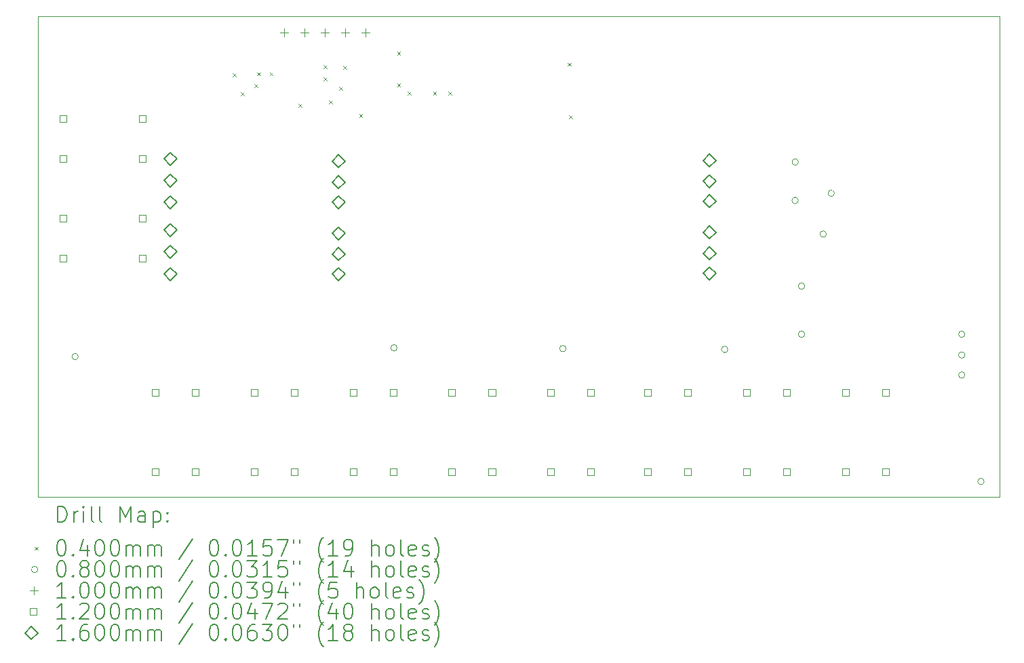
<source format=gbr>
%TF.GenerationSoftware,KiCad,Pcbnew,7.0.2-0*%
%TF.CreationDate,2024-06-30T17:20:17-07:00*%
%TF.ProjectId,Robosub_Power,526f626f-7375-4625-9f50-6f7765722e6b,rev?*%
%TF.SameCoordinates,Original*%
%TF.FileFunction,Drillmap*%
%TF.FilePolarity,Positive*%
%FSLAX45Y45*%
G04 Gerber Fmt 4.5, Leading zero omitted, Abs format (unit mm)*
G04 Created by KiCad (PCBNEW 7.0.2-0) date 2024-06-30 17:20:17*
%MOMM*%
%LPD*%
G01*
G04 APERTURE LIST*
%ADD10C,0.100000*%
%ADD11C,0.200000*%
%ADD12C,0.040000*%
%ADD13C,0.080000*%
%ADD14C,0.120000*%
%ADD15C,0.160000*%
G04 APERTURE END LIST*
D10*
X20280000Y-13360000D02*
X32280000Y-13360000D01*
X32280000Y-19360000D01*
X20280000Y-19360000D01*
X20280000Y-13360000D01*
D11*
D12*
X22710000Y-14070000D02*
X22750000Y-14110000D01*
X22750000Y-14070000D02*
X22710000Y-14110000D01*
X22810000Y-14310000D02*
X22850000Y-14350000D01*
X22850000Y-14310000D02*
X22810000Y-14350000D01*
X22980000Y-14210000D02*
X23020000Y-14250000D01*
X23020000Y-14210000D02*
X22980000Y-14250000D01*
X23010000Y-14060000D02*
X23050000Y-14100000D01*
X23050000Y-14060000D02*
X23010000Y-14100000D01*
X23170000Y-14060000D02*
X23210000Y-14100000D01*
X23210000Y-14060000D02*
X23170000Y-14100000D01*
X23530000Y-14450000D02*
X23570000Y-14490000D01*
X23570000Y-14450000D02*
X23530000Y-14490000D01*
X23840000Y-13970000D02*
X23880000Y-14010000D01*
X23880000Y-13970000D02*
X23840000Y-14010000D01*
X23840000Y-14120000D02*
X23880000Y-14160000D01*
X23880000Y-14120000D02*
X23840000Y-14160000D01*
X23910000Y-14410000D02*
X23950000Y-14450000D01*
X23950000Y-14410000D02*
X23910000Y-14450000D01*
X24040000Y-14240000D02*
X24080000Y-14280000D01*
X24080000Y-14240000D02*
X24040000Y-14280000D01*
X24090000Y-13980000D02*
X24130000Y-14020000D01*
X24130000Y-13980000D02*
X24090000Y-14020000D01*
X24287408Y-14582592D02*
X24327408Y-14622592D01*
X24327408Y-14582592D02*
X24287408Y-14622592D01*
X24760000Y-13800000D02*
X24800000Y-13840000D01*
X24800000Y-13800000D02*
X24760000Y-13840000D01*
X24760000Y-14200000D02*
X24800000Y-14240000D01*
X24800000Y-14200000D02*
X24760000Y-14240000D01*
X24890000Y-14300000D02*
X24930000Y-14340000D01*
X24930000Y-14300000D02*
X24890000Y-14340000D01*
X25210000Y-14300000D02*
X25250000Y-14340000D01*
X25250000Y-14300000D02*
X25210000Y-14340000D01*
X25400000Y-14300000D02*
X25440000Y-14340000D01*
X25440000Y-14300000D02*
X25400000Y-14340000D01*
X26890000Y-13940000D02*
X26930000Y-13980000D01*
X26930000Y-13940000D02*
X26890000Y-13980000D01*
X26910000Y-14600000D02*
X26950000Y-14640000D01*
X26950000Y-14600000D02*
X26910000Y-14640000D01*
D13*
X20780000Y-17610000D02*
G75*
G03*
X20780000Y-17610000I-40000J0D01*
G01*
X24760000Y-17500000D02*
G75*
G03*
X24760000Y-17500000I-40000J0D01*
G01*
X26870000Y-17510000D02*
G75*
G03*
X26870000Y-17510000I-40000J0D01*
G01*
X28890000Y-17520000D02*
G75*
G03*
X28890000Y-17520000I-40000J0D01*
G01*
X29770000Y-15180000D02*
G75*
G03*
X29770000Y-15180000I-40000J0D01*
G01*
X29770000Y-15660000D02*
G75*
G03*
X29770000Y-15660000I-40000J0D01*
G01*
X29850000Y-16730000D02*
G75*
G03*
X29850000Y-16730000I-40000J0D01*
G01*
X29850000Y-17330000D02*
G75*
G03*
X29850000Y-17330000I-40000J0D01*
G01*
X30120000Y-16080000D02*
G75*
G03*
X30120000Y-16080000I-40000J0D01*
G01*
X30220000Y-15570000D02*
G75*
G03*
X30220000Y-15570000I-40000J0D01*
G01*
X31850000Y-17330000D02*
G75*
G03*
X31850000Y-17330000I-40000J0D01*
G01*
X31850000Y-17590000D02*
G75*
G03*
X31850000Y-17590000I-40000J0D01*
G01*
X31850000Y-17840000D02*
G75*
G03*
X31850000Y-17840000I-40000J0D01*
G01*
X32090000Y-19170000D02*
G75*
G03*
X32090000Y-19170000I-40000J0D01*
G01*
D10*
X23350000Y-13510000D02*
X23350000Y-13610000D01*
X23300000Y-13560000D02*
X23400000Y-13560000D01*
X23604000Y-13510000D02*
X23604000Y-13610000D01*
X23554000Y-13560000D02*
X23654000Y-13560000D01*
X23858000Y-13510000D02*
X23858000Y-13610000D01*
X23808000Y-13560000D02*
X23908000Y-13560000D01*
X24112000Y-13510000D02*
X24112000Y-13610000D01*
X24062000Y-13560000D02*
X24162000Y-13560000D01*
X24366000Y-13510000D02*
X24366000Y-13610000D01*
X24316000Y-13560000D02*
X24416000Y-13560000D01*
D14*
X20630677Y-14682427D02*
X20630677Y-14597573D01*
X20545823Y-14597573D01*
X20545823Y-14682427D01*
X20630677Y-14682427D01*
X20630677Y-15182427D02*
X20630677Y-15097573D01*
X20545823Y-15097573D01*
X20545823Y-15182427D01*
X20630677Y-15182427D01*
X20630677Y-15922427D02*
X20630677Y-15837573D01*
X20545823Y-15837573D01*
X20545823Y-15922427D01*
X20630677Y-15922427D01*
X20630677Y-16422427D02*
X20630677Y-16337573D01*
X20545823Y-16337573D01*
X20545823Y-16422427D01*
X20630677Y-16422427D01*
X21620677Y-14682427D02*
X21620677Y-14597573D01*
X21535823Y-14597573D01*
X21535823Y-14682427D01*
X21620677Y-14682427D01*
X21620677Y-15182427D02*
X21620677Y-15097573D01*
X21535823Y-15097573D01*
X21535823Y-15182427D01*
X21620677Y-15182427D01*
X21620677Y-15922427D02*
X21620677Y-15837573D01*
X21535823Y-15837573D01*
X21535823Y-15922427D01*
X21620677Y-15922427D01*
X21620677Y-16422427D02*
X21620677Y-16337573D01*
X21535823Y-16337573D01*
X21535823Y-16422427D01*
X21620677Y-16422427D01*
X21782427Y-18104177D02*
X21782427Y-18019323D01*
X21697573Y-18019323D01*
X21697573Y-18104177D01*
X21782427Y-18104177D01*
X21782427Y-19094177D02*
X21782427Y-19009323D01*
X21697573Y-19009323D01*
X21697573Y-19094177D01*
X21782427Y-19094177D01*
X22282427Y-18104177D02*
X22282427Y-18019323D01*
X22197573Y-18019323D01*
X22197573Y-18104177D01*
X22282427Y-18104177D01*
X22282427Y-19094177D02*
X22282427Y-19009323D01*
X22197573Y-19009323D01*
X22197573Y-19094177D01*
X22282427Y-19094177D01*
X23017427Y-18104177D02*
X23017427Y-18019323D01*
X22932573Y-18019323D01*
X22932573Y-18104177D01*
X23017427Y-18104177D01*
X23017427Y-19094177D02*
X23017427Y-19009323D01*
X22932573Y-19009323D01*
X22932573Y-19094177D01*
X23017427Y-19094177D01*
X23517427Y-18104177D02*
X23517427Y-18019323D01*
X23432573Y-18019323D01*
X23432573Y-18104177D01*
X23517427Y-18104177D01*
X23517427Y-19094177D02*
X23517427Y-19009323D01*
X23432573Y-19009323D01*
X23432573Y-19094177D01*
X23517427Y-19094177D01*
X24252427Y-18104177D02*
X24252427Y-18019323D01*
X24167573Y-18019323D01*
X24167573Y-18104177D01*
X24252427Y-18104177D01*
X24252427Y-19094177D02*
X24252427Y-19009323D01*
X24167573Y-19009323D01*
X24167573Y-19094177D01*
X24252427Y-19094177D01*
X24752427Y-18104177D02*
X24752427Y-18019323D01*
X24667573Y-18019323D01*
X24667573Y-18104177D01*
X24752427Y-18104177D01*
X24752427Y-19094177D02*
X24752427Y-19009323D01*
X24667573Y-19009323D01*
X24667573Y-19094177D01*
X24752427Y-19094177D01*
X25487427Y-18104177D02*
X25487427Y-18019323D01*
X25402573Y-18019323D01*
X25402573Y-18104177D01*
X25487427Y-18104177D01*
X25487427Y-19094177D02*
X25487427Y-19009323D01*
X25402573Y-19009323D01*
X25402573Y-19094177D01*
X25487427Y-19094177D01*
X25987427Y-18104177D02*
X25987427Y-18019323D01*
X25902573Y-18019323D01*
X25902573Y-18104177D01*
X25987427Y-18104177D01*
X25987427Y-19094177D02*
X25987427Y-19009323D01*
X25902573Y-19009323D01*
X25902573Y-19094177D01*
X25987427Y-19094177D01*
X26722427Y-18104177D02*
X26722427Y-18019323D01*
X26637573Y-18019323D01*
X26637573Y-18104177D01*
X26722427Y-18104177D01*
X26722427Y-19094177D02*
X26722427Y-19009323D01*
X26637573Y-19009323D01*
X26637573Y-19094177D01*
X26722427Y-19094177D01*
X27222427Y-18104177D02*
X27222427Y-18019323D01*
X27137573Y-18019323D01*
X27137573Y-18104177D01*
X27222427Y-18104177D01*
X27222427Y-19094177D02*
X27222427Y-19009323D01*
X27137573Y-19009323D01*
X27137573Y-19094177D01*
X27222427Y-19094177D01*
X27932427Y-18104177D02*
X27932427Y-18019323D01*
X27847573Y-18019323D01*
X27847573Y-18104177D01*
X27932427Y-18104177D01*
X27932427Y-19094177D02*
X27932427Y-19009323D01*
X27847573Y-19009323D01*
X27847573Y-19094177D01*
X27932427Y-19094177D01*
X28432427Y-18104177D02*
X28432427Y-18019323D01*
X28347573Y-18019323D01*
X28347573Y-18104177D01*
X28432427Y-18104177D01*
X28432427Y-19094177D02*
X28432427Y-19009323D01*
X28347573Y-19009323D01*
X28347573Y-19094177D01*
X28432427Y-19094177D01*
X29167427Y-18104177D02*
X29167427Y-18019323D01*
X29082573Y-18019323D01*
X29082573Y-18104177D01*
X29167427Y-18104177D01*
X29167427Y-19094177D02*
X29167427Y-19009323D01*
X29082573Y-19009323D01*
X29082573Y-19094177D01*
X29167427Y-19094177D01*
X29667427Y-18104177D02*
X29667427Y-18019323D01*
X29582573Y-18019323D01*
X29582573Y-18104177D01*
X29667427Y-18104177D01*
X29667427Y-19094177D02*
X29667427Y-19009323D01*
X29582573Y-19009323D01*
X29582573Y-19094177D01*
X29667427Y-19094177D01*
X30402427Y-18104177D02*
X30402427Y-18019323D01*
X30317573Y-18019323D01*
X30317573Y-18104177D01*
X30402427Y-18104177D01*
X30402427Y-19094177D02*
X30402427Y-19009323D01*
X30317573Y-19009323D01*
X30317573Y-19094177D01*
X30402427Y-19094177D01*
X30902427Y-18104177D02*
X30902427Y-18019323D01*
X30817573Y-18019323D01*
X30817573Y-18104177D01*
X30902427Y-18104177D01*
X30902427Y-19094177D02*
X30902427Y-19009323D01*
X30817573Y-19009323D01*
X30817573Y-19094177D01*
X30902427Y-19094177D01*
D15*
X21930000Y-15220000D02*
X22010000Y-15140000D01*
X21930000Y-15060000D01*
X21850000Y-15140000D01*
X21930000Y-15220000D01*
X21930000Y-15490000D02*
X22010000Y-15410000D01*
X21930000Y-15330000D01*
X21850000Y-15410000D01*
X21930000Y-15490000D01*
X21930000Y-15760000D02*
X22010000Y-15680000D01*
X21930000Y-15600000D01*
X21850000Y-15680000D01*
X21930000Y-15760000D01*
X21930000Y-16110000D02*
X22010000Y-16030000D01*
X21930000Y-15950000D01*
X21850000Y-16030000D01*
X21930000Y-16110000D01*
X21930000Y-16380000D02*
X22010000Y-16300000D01*
X21930000Y-16220000D01*
X21850000Y-16300000D01*
X21930000Y-16380000D01*
X21930000Y-16660000D02*
X22010000Y-16580000D01*
X21930000Y-16500000D01*
X21850000Y-16580000D01*
X21930000Y-16660000D01*
X24030000Y-15250000D02*
X24110000Y-15170000D01*
X24030000Y-15090000D01*
X23950000Y-15170000D01*
X24030000Y-15250000D01*
X24030000Y-15510000D02*
X24110000Y-15430000D01*
X24030000Y-15350000D01*
X23950000Y-15430000D01*
X24030000Y-15510000D01*
X24030000Y-15760000D02*
X24110000Y-15680000D01*
X24030000Y-15600000D01*
X23950000Y-15680000D01*
X24030000Y-15760000D01*
X24030000Y-16150000D02*
X24110000Y-16070000D01*
X24030000Y-15990000D01*
X23950000Y-16070000D01*
X24030000Y-16150000D01*
X24030000Y-16410000D02*
X24110000Y-16330000D01*
X24030000Y-16250000D01*
X23950000Y-16330000D01*
X24030000Y-16410000D01*
X24030000Y-16660000D02*
X24110000Y-16580000D01*
X24030000Y-16500000D01*
X23950000Y-16580000D01*
X24030000Y-16660000D01*
X28660000Y-15240000D02*
X28740000Y-15160000D01*
X28660000Y-15080000D01*
X28580000Y-15160000D01*
X28660000Y-15240000D01*
X28660000Y-15500000D02*
X28740000Y-15420000D01*
X28660000Y-15340000D01*
X28580000Y-15420000D01*
X28660000Y-15500000D01*
X28660000Y-15750000D02*
X28740000Y-15670000D01*
X28660000Y-15590000D01*
X28580000Y-15670000D01*
X28660000Y-15750000D01*
X28660000Y-16140000D02*
X28740000Y-16060000D01*
X28660000Y-15980000D01*
X28580000Y-16060000D01*
X28660000Y-16140000D01*
X28660000Y-16400000D02*
X28740000Y-16320000D01*
X28660000Y-16240000D01*
X28580000Y-16320000D01*
X28660000Y-16400000D01*
X28660000Y-16650000D02*
X28740000Y-16570000D01*
X28660000Y-16490000D01*
X28580000Y-16570000D01*
X28660000Y-16650000D01*
D11*
X20522619Y-19677524D02*
X20522619Y-19477524D01*
X20522619Y-19477524D02*
X20570238Y-19477524D01*
X20570238Y-19477524D02*
X20598810Y-19487048D01*
X20598810Y-19487048D02*
X20617857Y-19506095D01*
X20617857Y-19506095D02*
X20627381Y-19525143D01*
X20627381Y-19525143D02*
X20636905Y-19563238D01*
X20636905Y-19563238D02*
X20636905Y-19591810D01*
X20636905Y-19591810D02*
X20627381Y-19629905D01*
X20627381Y-19629905D02*
X20617857Y-19648952D01*
X20617857Y-19648952D02*
X20598810Y-19668000D01*
X20598810Y-19668000D02*
X20570238Y-19677524D01*
X20570238Y-19677524D02*
X20522619Y-19677524D01*
X20722619Y-19677524D02*
X20722619Y-19544190D01*
X20722619Y-19582286D02*
X20732143Y-19563238D01*
X20732143Y-19563238D02*
X20741667Y-19553714D01*
X20741667Y-19553714D02*
X20760714Y-19544190D01*
X20760714Y-19544190D02*
X20779762Y-19544190D01*
X20846429Y-19677524D02*
X20846429Y-19544190D01*
X20846429Y-19477524D02*
X20836905Y-19487048D01*
X20836905Y-19487048D02*
X20846429Y-19496571D01*
X20846429Y-19496571D02*
X20855952Y-19487048D01*
X20855952Y-19487048D02*
X20846429Y-19477524D01*
X20846429Y-19477524D02*
X20846429Y-19496571D01*
X20970238Y-19677524D02*
X20951190Y-19668000D01*
X20951190Y-19668000D02*
X20941667Y-19648952D01*
X20941667Y-19648952D02*
X20941667Y-19477524D01*
X21075000Y-19677524D02*
X21055952Y-19668000D01*
X21055952Y-19668000D02*
X21046429Y-19648952D01*
X21046429Y-19648952D02*
X21046429Y-19477524D01*
X21303571Y-19677524D02*
X21303571Y-19477524D01*
X21303571Y-19477524D02*
X21370238Y-19620381D01*
X21370238Y-19620381D02*
X21436905Y-19477524D01*
X21436905Y-19477524D02*
X21436905Y-19677524D01*
X21617857Y-19677524D02*
X21617857Y-19572762D01*
X21617857Y-19572762D02*
X21608333Y-19553714D01*
X21608333Y-19553714D02*
X21589286Y-19544190D01*
X21589286Y-19544190D02*
X21551190Y-19544190D01*
X21551190Y-19544190D02*
X21532143Y-19553714D01*
X21617857Y-19668000D02*
X21598810Y-19677524D01*
X21598810Y-19677524D02*
X21551190Y-19677524D01*
X21551190Y-19677524D02*
X21532143Y-19668000D01*
X21532143Y-19668000D02*
X21522619Y-19648952D01*
X21522619Y-19648952D02*
X21522619Y-19629905D01*
X21522619Y-19629905D02*
X21532143Y-19610857D01*
X21532143Y-19610857D02*
X21551190Y-19601333D01*
X21551190Y-19601333D02*
X21598810Y-19601333D01*
X21598810Y-19601333D02*
X21617857Y-19591810D01*
X21713095Y-19544190D02*
X21713095Y-19744190D01*
X21713095Y-19553714D02*
X21732143Y-19544190D01*
X21732143Y-19544190D02*
X21770238Y-19544190D01*
X21770238Y-19544190D02*
X21789286Y-19553714D01*
X21789286Y-19553714D02*
X21798810Y-19563238D01*
X21798810Y-19563238D02*
X21808333Y-19582286D01*
X21808333Y-19582286D02*
X21808333Y-19639429D01*
X21808333Y-19639429D02*
X21798810Y-19658476D01*
X21798810Y-19658476D02*
X21789286Y-19668000D01*
X21789286Y-19668000D02*
X21770238Y-19677524D01*
X21770238Y-19677524D02*
X21732143Y-19677524D01*
X21732143Y-19677524D02*
X21713095Y-19668000D01*
X21894048Y-19658476D02*
X21903571Y-19668000D01*
X21903571Y-19668000D02*
X21894048Y-19677524D01*
X21894048Y-19677524D02*
X21884524Y-19668000D01*
X21884524Y-19668000D02*
X21894048Y-19658476D01*
X21894048Y-19658476D02*
X21894048Y-19677524D01*
X21894048Y-19553714D02*
X21903571Y-19563238D01*
X21903571Y-19563238D02*
X21894048Y-19572762D01*
X21894048Y-19572762D02*
X21884524Y-19563238D01*
X21884524Y-19563238D02*
X21894048Y-19553714D01*
X21894048Y-19553714D02*
X21894048Y-19572762D01*
D12*
X20235000Y-19985000D02*
X20275000Y-20025000D01*
X20275000Y-19985000D02*
X20235000Y-20025000D01*
D11*
X20560714Y-19897524D02*
X20579762Y-19897524D01*
X20579762Y-19897524D02*
X20598810Y-19907048D01*
X20598810Y-19907048D02*
X20608333Y-19916571D01*
X20608333Y-19916571D02*
X20617857Y-19935619D01*
X20617857Y-19935619D02*
X20627381Y-19973714D01*
X20627381Y-19973714D02*
X20627381Y-20021333D01*
X20627381Y-20021333D02*
X20617857Y-20059429D01*
X20617857Y-20059429D02*
X20608333Y-20078476D01*
X20608333Y-20078476D02*
X20598810Y-20088000D01*
X20598810Y-20088000D02*
X20579762Y-20097524D01*
X20579762Y-20097524D02*
X20560714Y-20097524D01*
X20560714Y-20097524D02*
X20541667Y-20088000D01*
X20541667Y-20088000D02*
X20532143Y-20078476D01*
X20532143Y-20078476D02*
X20522619Y-20059429D01*
X20522619Y-20059429D02*
X20513095Y-20021333D01*
X20513095Y-20021333D02*
X20513095Y-19973714D01*
X20513095Y-19973714D02*
X20522619Y-19935619D01*
X20522619Y-19935619D02*
X20532143Y-19916571D01*
X20532143Y-19916571D02*
X20541667Y-19907048D01*
X20541667Y-19907048D02*
X20560714Y-19897524D01*
X20713095Y-20078476D02*
X20722619Y-20088000D01*
X20722619Y-20088000D02*
X20713095Y-20097524D01*
X20713095Y-20097524D02*
X20703571Y-20088000D01*
X20703571Y-20088000D02*
X20713095Y-20078476D01*
X20713095Y-20078476D02*
X20713095Y-20097524D01*
X20894048Y-19964190D02*
X20894048Y-20097524D01*
X20846429Y-19888000D02*
X20798810Y-20030857D01*
X20798810Y-20030857D02*
X20922619Y-20030857D01*
X21036905Y-19897524D02*
X21055952Y-19897524D01*
X21055952Y-19897524D02*
X21075000Y-19907048D01*
X21075000Y-19907048D02*
X21084524Y-19916571D01*
X21084524Y-19916571D02*
X21094048Y-19935619D01*
X21094048Y-19935619D02*
X21103571Y-19973714D01*
X21103571Y-19973714D02*
X21103571Y-20021333D01*
X21103571Y-20021333D02*
X21094048Y-20059429D01*
X21094048Y-20059429D02*
X21084524Y-20078476D01*
X21084524Y-20078476D02*
X21075000Y-20088000D01*
X21075000Y-20088000D02*
X21055952Y-20097524D01*
X21055952Y-20097524D02*
X21036905Y-20097524D01*
X21036905Y-20097524D02*
X21017857Y-20088000D01*
X21017857Y-20088000D02*
X21008333Y-20078476D01*
X21008333Y-20078476D02*
X20998810Y-20059429D01*
X20998810Y-20059429D02*
X20989286Y-20021333D01*
X20989286Y-20021333D02*
X20989286Y-19973714D01*
X20989286Y-19973714D02*
X20998810Y-19935619D01*
X20998810Y-19935619D02*
X21008333Y-19916571D01*
X21008333Y-19916571D02*
X21017857Y-19907048D01*
X21017857Y-19907048D02*
X21036905Y-19897524D01*
X21227381Y-19897524D02*
X21246429Y-19897524D01*
X21246429Y-19897524D02*
X21265476Y-19907048D01*
X21265476Y-19907048D02*
X21275000Y-19916571D01*
X21275000Y-19916571D02*
X21284524Y-19935619D01*
X21284524Y-19935619D02*
X21294048Y-19973714D01*
X21294048Y-19973714D02*
X21294048Y-20021333D01*
X21294048Y-20021333D02*
X21284524Y-20059429D01*
X21284524Y-20059429D02*
X21275000Y-20078476D01*
X21275000Y-20078476D02*
X21265476Y-20088000D01*
X21265476Y-20088000D02*
X21246429Y-20097524D01*
X21246429Y-20097524D02*
X21227381Y-20097524D01*
X21227381Y-20097524D02*
X21208333Y-20088000D01*
X21208333Y-20088000D02*
X21198810Y-20078476D01*
X21198810Y-20078476D02*
X21189286Y-20059429D01*
X21189286Y-20059429D02*
X21179762Y-20021333D01*
X21179762Y-20021333D02*
X21179762Y-19973714D01*
X21179762Y-19973714D02*
X21189286Y-19935619D01*
X21189286Y-19935619D02*
X21198810Y-19916571D01*
X21198810Y-19916571D02*
X21208333Y-19907048D01*
X21208333Y-19907048D02*
X21227381Y-19897524D01*
X21379762Y-20097524D02*
X21379762Y-19964190D01*
X21379762Y-19983238D02*
X21389286Y-19973714D01*
X21389286Y-19973714D02*
X21408333Y-19964190D01*
X21408333Y-19964190D02*
X21436905Y-19964190D01*
X21436905Y-19964190D02*
X21455952Y-19973714D01*
X21455952Y-19973714D02*
X21465476Y-19992762D01*
X21465476Y-19992762D02*
X21465476Y-20097524D01*
X21465476Y-19992762D02*
X21475000Y-19973714D01*
X21475000Y-19973714D02*
X21494048Y-19964190D01*
X21494048Y-19964190D02*
X21522619Y-19964190D01*
X21522619Y-19964190D02*
X21541667Y-19973714D01*
X21541667Y-19973714D02*
X21551191Y-19992762D01*
X21551191Y-19992762D02*
X21551191Y-20097524D01*
X21646429Y-20097524D02*
X21646429Y-19964190D01*
X21646429Y-19983238D02*
X21655952Y-19973714D01*
X21655952Y-19973714D02*
X21675000Y-19964190D01*
X21675000Y-19964190D02*
X21703572Y-19964190D01*
X21703572Y-19964190D02*
X21722619Y-19973714D01*
X21722619Y-19973714D02*
X21732143Y-19992762D01*
X21732143Y-19992762D02*
X21732143Y-20097524D01*
X21732143Y-19992762D02*
X21741667Y-19973714D01*
X21741667Y-19973714D02*
X21760714Y-19964190D01*
X21760714Y-19964190D02*
X21789286Y-19964190D01*
X21789286Y-19964190D02*
X21808333Y-19973714D01*
X21808333Y-19973714D02*
X21817857Y-19992762D01*
X21817857Y-19992762D02*
X21817857Y-20097524D01*
X22208333Y-19888000D02*
X22036905Y-20145143D01*
X22465476Y-19897524D02*
X22484524Y-19897524D01*
X22484524Y-19897524D02*
X22503572Y-19907048D01*
X22503572Y-19907048D02*
X22513095Y-19916571D01*
X22513095Y-19916571D02*
X22522619Y-19935619D01*
X22522619Y-19935619D02*
X22532143Y-19973714D01*
X22532143Y-19973714D02*
X22532143Y-20021333D01*
X22532143Y-20021333D02*
X22522619Y-20059429D01*
X22522619Y-20059429D02*
X22513095Y-20078476D01*
X22513095Y-20078476D02*
X22503572Y-20088000D01*
X22503572Y-20088000D02*
X22484524Y-20097524D01*
X22484524Y-20097524D02*
X22465476Y-20097524D01*
X22465476Y-20097524D02*
X22446429Y-20088000D01*
X22446429Y-20088000D02*
X22436905Y-20078476D01*
X22436905Y-20078476D02*
X22427381Y-20059429D01*
X22427381Y-20059429D02*
X22417857Y-20021333D01*
X22417857Y-20021333D02*
X22417857Y-19973714D01*
X22417857Y-19973714D02*
X22427381Y-19935619D01*
X22427381Y-19935619D02*
X22436905Y-19916571D01*
X22436905Y-19916571D02*
X22446429Y-19907048D01*
X22446429Y-19907048D02*
X22465476Y-19897524D01*
X22617857Y-20078476D02*
X22627381Y-20088000D01*
X22627381Y-20088000D02*
X22617857Y-20097524D01*
X22617857Y-20097524D02*
X22608333Y-20088000D01*
X22608333Y-20088000D02*
X22617857Y-20078476D01*
X22617857Y-20078476D02*
X22617857Y-20097524D01*
X22751191Y-19897524D02*
X22770238Y-19897524D01*
X22770238Y-19897524D02*
X22789286Y-19907048D01*
X22789286Y-19907048D02*
X22798810Y-19916571D01*
X22798810Y-19916571D02*
X22808333Y-19935619D01*
X22808333Y-19935619D02*
X22817857Y-19973714D01*
X22817857Y-19973714D02*
X22817857Y-20021333D01*
X22817857Y-20021333D02*
X22808333Y-20059429D01*
X22808333Y-20059429D02*
X22798810Y-20078476D01*
X22798810Y-20078476D02*
X22789286Y-20088000D01*
X22789286Y-20088000D02*
X22770238Y-20097524D01*
X22770238Y-20097524D02*
X22751191Y-20097524D01*
X22751191Y-20097524D02*
X22732143Y-20088000D01*
X22732143Y-20088000D02*
X22722619Y-20078476D01*
X22722619Y-20078476D02*
X22713095Y-20059429D01*
X22713095Y-20059429D02*
X22703572Y-20021333D01*
X22703572Y-20021333D02*
X22703572Y-19973714D01*
X22703572Y-19973714D02*
X22713095Y-19935619D01*
X22713095Y-19935619D02*
X22722619Y-19916571D01*
X22722619Y-19916571D02*
X22732143Y-19907048D01*
X22732143Y-19907048D02*
X22751191Y-19897524D01*
X23008333Y-20097524D02*
X22894048Y-20097524D01*
X22951191Y-20097524D02*
X22951191Y-19897524D01*
X22951191Y-19897524D02*
X22932143Y-19926095D01*
X22932143Y-19926095D02*
X22913095Y-19945143D01*
X22913095Y-19945143D02*
X22894048Y-19954667D01*
X23189286Y-19897524D02*
X23094048Y-19897524D01*
X23094048Y-19897524D02*
X23084524Y-19992762D01*
X23084524Y-19992762D02*
X23094048Y-19983238D01*
X23094048Y-19983238D02*
X23113095Y-19973714D01*
X23113095Y-19973714D02*
X23160714Y-19973714D01*
X23160714Y-19973714D02*
X23179762Y-19983238D01*
X23179762Y-19983238D02*
X23189286Y-19992762D01*
X23189286Y-19992762D02*
X23198810Y-20011810D01*
X23198810Y-20011810D02*
X23198810Y-20059429D01*
X23198810Y-20059429D02*
X23189286Y-20078476D01*
X23189286Y-20078476D02*
X23179762Y-20088000D01*
X23179762Y-20088000D02*
X23160714Y-20097524D01*
X23160714Y-20097524D02*
X23113095Y-20097524D01*
X23113095Y-20097524D02*
X23094048Y-20088000D01*
X23094048Y-20088000D02*
X23084524Y-20078476D01*
X23265476Y-19897524D02*
X23398810Y-19897524D01*
X23398810Y-19897524D02*
X23313095Y-20097524D01*
X23465476Y-19897524D02*
X23465476Y-19935619D01*
X23541667Y-19897524D02*
X23541667Y-19935619D01*
X23836905Y-20173714D02*
X23827381Y-20164190D01*
X23827381Y-20164190D02*
X23808334Y-20135619D01*
X23808334Y-20135619D02*
X23798810Y-20116571D01*
X23798810Y-20116571D02*
X23789286Y-20088000D01*
X23789286Y-20088000D02*
X23779762Y-20040381D01*
X23779762Y-20040381D02*
X23779762Y-20002286D01*
X23779762Y-20002286D02*
X23789286Y-19954667D01*
X23789286Y-19954667D02*
X23798810Y-19926095D01*
X23798810Y-19926095D02*
X23808334Y-19907048D01*
X23808334Y-19907048D02*
X23827381Y-19878476D01*
X23827381Y-19878476D02*
X23836905Y-19868952D01*
X24017857Y-20097524D02*
X23903572Y-20097524D01*
X23960714Y-20097524D02*
X23960714Y-19897524D01*
X23960714Y-19897524D02*
X23941667Y-19926095D01*
X23941667Y-19926095D02*
X23922619Y-19945143D01*
X23922619Y-19945143D02*
X23903572Y-19954667D01*
X24113095Y-20097524D02*
X24151191Y-20097524D01*
X24151191Y-20097524D02*
X24170238Y-20088000D01*
X24170238Y-20088000D02*
X24179762Y-20078476D01*
X24179762Y-20078476D02*
X24198810Y-20049905D01*
X24198810Y-20049905D02*
X24208334Y-20011810D01*
X24208334Y-20011810D02*
X24208334Y-19935619D01*
X24208334Y-19935619D02*
X24198810Y-19916571D01*
X24198810Y-19916571D02*
X24189286Y-19907048D01*
X24189286Y-19907048D02*
X24170238Y-19897524D01*
X24170238Y-19897524D02*
X24132143Y-19897524D01*
X24132143Y-19897524D02*
X24113095Y-19907048D01*
X24113095Y-19907048D02*
X24103572Y-19916571D01*
X24103572Y-19916571D02*
X24094048Y-19935619D01*
X24094048Y-19935619D02*
X24094048Y-19983238D01*
X24094048Y-19983238D02*
X24103572Y-20002286D01*
X24103572Y-20002286D02*
X24113095Y-20011810D01*
X24113095Y-20011810D02*
X24132143Y-20021333D01*
X24132143Y-20021333D02*
X24170238Y-20021333D01*
X24170238Y-20021333D02*
X24189286Y-20011810D01*
X24189286Y-20011810D02*
X24198810Y-20002286D01*
X24198810Y-20002286D02*
X24208334Y-19983238D01*
X24446429Y-20097524D02*
X24446429Y-19897524D01*
X24532143Y-20097524D02*
X24532143Y-19992762D01*
X24532143Y-19992762D02*
X24522619Y-19973714D01*
X24522619Y-19973714D02*
X24503572Y-19964190D01*
X24503572Y-19964190D02*
X24475000Y-19964190D01*
X24475000Y-19964190D02*
X24455953Y-19973714D01*
X24455953Y-19973714D02*
X24446429Y-19983238D01*
X24655953Y-20097524D02*
X24636905Y-20088000D01*
X24636905Y-20088000D02*
X24627381Y-20078476D01*
X24627381Y-20078476D02*
X24617857Y-20059429D01*
X24617857Y-20059429D02*
X24617857Y-20002286D01*
X24617857Y-20002286D02*
X24627381Y-19983238D01*
X24627381Y-19983238D02*
X24636905Y-19973714D01*
X24636905Y-19973714D02*
X24655953Y-19964190D01*
X24655953Y-19964190D02*
X24684524Y-19964190D01*
X24684524Y-19964190D02*
X24703572Y-19973714D01*
X24703572Y-19973714D02*
X24713096Y-19983238D01*
X24713096Y-19983238D02*
X24722619Y-20002286D01*
X24722619Y-20002286D02*
X24722619Y-20059429D01*
X24722619Y-20059429D02*
X24713096Y-20078476D01*
X24713096Y-20078476D02*
X24703572Y-20088000D01*
X24703572Y-20088000D02*
X24684524Y-20097524D01*
X24684524Y-20097524D02*
X24655953Y-20097524D01*
X24836905Y-20097524D02*
X24817857Y-20088000D01*
X24817857Y-20088000D02*
X24808334Y-20068952D01*
X24808334Y-20068952D02*
X24808334Y-19897524D01*
X24989286Y-20088000D02*
X24970238Y-20097524D01*
X24970238Y-20097524D02*
X24932143Y-20097524D01*
X24932143Y-20097524D02*
X24913096Y-20088000D01*
X24913096Y-20088000D02*
X24903572Y-20068952D01*
X24903572Y-20068952D02*
X24903572Y-19992762D01*
X24903572Y-19992762D02*
X24913096Y-19973714D01*
X24913096Y-19973714D02*
X24932143Y-19964190D01*
X24932143Y-19964190D02*
X24970238Y-19964190D01*
X24970238Y-19964190D02*
X24989286Y-19973714D01*
X24989286Y-19973714D02*
X24998810Y-19992762D01*
X24998810Y-19992762D02*
X24998810Y-20011810D01*
X24998810Y-20011810D02*
X24903572Y-20030857D01*
X25075000Y-20088000D02*
X25094048Y-20097524D01*
X25094048Y-20097524D02*
X25132143Y-20097524D01*
X25132143Y-20097524D02*
X25151191Y-20088000D01*
X25151191Y-20088000D02*
X25160715Y-20068952D01*
X25160715Y-20068952D02*
X25160715Y-20059429D01*
X25160715Y-20059429D02*
X25151191Y-20040381D01*
X25151191Y-20040381D02*
X25132143Y-20030857D01*
X25132143Y-20030857D02*
X25103572Y-20030857D01*
X25103572Y-20030857D02*
X25084524Y-20021333D01*
X25084524Y-20021333D02*
X25075000Y-20002286D01*
X25075000Y-20002286D02*
X25075000Y-19992762D01*
X25075000Y-19992762D02*
X25084524Y-19973714D01*
X25084524Y-19973714D02*
X25103572Y-19964190D01*
X25103572Y-19964190D02*
X25132143Y-19964190D01*
X25132143Y-19964190D02*
X25151191Y-19973714D01*
X25227381Y-20173714D02*
X25236905Y-20164190D01*
X25236905Y-20164190D02*
X25255953Y-20135619D01*
X25255953Y-20135619D02*
X25265477Y-20116571D01*
X25265477Y-20116571D02*
X25275000Y-20088000D01*
X25275000Y-20088000D02*
X25284524Y-20040381D01*
X25284524Y-20040381D02*
X25284524Y-20002286D01*
X25284524Y-20002286D02*
X25275000Y-19954667D01*
X25275000Y-19954667D02*
X25265477Y-19926095D01*
X25265477Y-19926095D02*
X25255953Y-19907048D01*
X25255953Y-19907048D02*
X25236905Y-19878476D01*
X25236905Y-19878476D02*
X25227381Y-19868952D01*
D13*
X20275000Y-20269000D02*
G75*
G03*
X20275000Y-20269000I-40000J0D01*
G01*
D11*
X20560714Y-20161524D02*
X20579762Y-20161524D01*
X20579762Y-20161524D02*
X20598810Y-20171048D01*
X20598810Y-20171048D02*
X20608333Y-20180571D01*
X20608333Y-20180571D02*
X20617857Y-20199619D01*
X20617857Y-20199619D02*
X20627381Y-20237714D01*
X20627381Y-20237714D02*
X20627381Y-20285333D01*
X20627381Y-20285333D02*
X20617857Y-20323429D01*
X20617857Y-20323429D02*
X20608333Y-20342476D01*
X20608333Y-20342476D02*
X20598810Y-20352000D01*
X20598810Y-20352000D02*
X20579762Y-20361524D01*
X20579762Y-20361524D02*
X20560714Y-20361524D01*
X20560714Y-20361524D02*
X20541667Y-20352000D01*
X20541667Y-20352000D02*
X20532143Y-20342476D01*
X20532143Y-20342476D02*
X20522619Y-20323429D01*
X20522619Y-20323429D02*
X20513095Y-20285333D01*
X20513095Y-20285333D02*
X20513095Y-20237714D01*
X20513095Y-20237714D02*
X20522619Y-20199619D01*
X20522619Y-20199619D02*
X20532143Y-20180571D01*
X20532143Y-20180571D02*
X20541667Y-20171048D01*
X20541667Y-20171048D02*
X20560714Y-20161524D01*
X20713095Y-20342476D02*
X20722619Y-20352000D01*
X20722619Y-20352000D02*
X20713095Y-20361524D01*
X20713095Y-20361524D02*
X20703571Y-20352000D01*
X20703571Y-20352000D02*
X20713095Y-20342476D01*
X20713095Y-20342476D02*
X20713095Y-20361524D01*
X20836905Y-20247238D02*
X20817857Y-20237714D01*
X20817857Y-20237714D02*
X20808333Y-20228190D01*
X20808333Y-20228190D02*
X20798810Y-20209143D01*
X20798810Y-20209143D02*
X20798810Y-20199619D01*
X20798810Y-20199619D02*
X20808333Y-20180571D01*
X20808333Y-20180571D02*
X20817857Y-20171048D01*
X20817857Y-20171048D02*
X20836905Y-20161524D01*
X20836905Y-20161524D02*
X20875000Y-20161524D01*
X20875000Y-20161524D02*
X20894048Y-20171048D01*
X20894048Y-20171048D02*
X20903571Y-20180571D01*
X20903571Y-20180571D02*
X20913095Y-20199619D01*
X20913095Y-20199619D02*
X20913095Y-20209143D01*
X20913095Y-20209143D02*
X20903571Y-20228190D01*
X20903571Y-20228190D02*
X20894048Y-20237714D01*
X20894048Y-20237714D02*
X20875000Y-20247238D01*
X20875000Y-20247238D02*
X20836905Y-20247238D01*
X20836905Y-20247238D02*
X20817857Y-20256762D01*
X20817857Y-20256762D02*
X20808333Y-20266286D01*
X20808333Y-20266286D02*
X20798810Y-20285333D01*
X20798810Y-20285333D02*
X20798810Y-20323429D01*
X20798810Y-20323429D02*
X20808333Y-20342476D01*
X20808333Y-20342476D02*
X20817857Y-20352000D01*
X20817857Y-20352000D02*
X20836905Y-20361524D01*
X20836905Y-20361524D02*
X20875000Y-20361524D01*
X20875000Y-20361524D02*
X20894048Y-20352000D01*
X20894048Y-20352000D02*
X20903571Y-20342476D01*
X20903571Y-20342476D02*
X20913095Y-20323429D01*
X20913095Y-20323429D02*
X20913095Y-20285333D01*
X20913095Y-20285333D02*
X20903571Y-20266286D01*
X20903571Y-20266286D02*
X20894048Y-20256762D01*
X20894048Y-20256762D02*
X20875000Y-20247238D01*
X21036905Y-20161524D02*
X21055952Y-20161524D01*
X21055952Y-20161524D02*
X21075000Y-20171048D01*
X21075000Y-20171048D02*
X21084524Y-20180571D01*
X21084524Y-20180571D02*
X21094048Y-20199619D01*
X21094048Y-20199619D02*
X21103571Y-20237714D01*
X21103571Y-20237714D02*
X21103571Y-20285333D01*
X21103571Y-20285333D02*
X21094048Y-20323429D01*
X21094048Y-20323429D02*
X21084524Y-20342476D01*
X21084524Y-20342476D02*
X21075000Y-20352000D01*
X21075000Y-20352000D02*
X21055952Y-20361524D01*
X21055952Y-20361524D02*
X21036905Y-20361524D01*
X21036905Y-20361524D02*
X21017857Y-20352000D01*
X21017857Y-20352000D02*
X21008333Y-20342476D01*
X21008333Y-20342476D02*
X20998810Y-20323429D01*
X20998810Y-20323429D02*
X20989286Y-20285333D01*
X20989286Y-20285333D02*
X20989286Y-20237714D01*
X20989286Y-20237714D02*
X20998810Y-20199619D01*
X20998810Y-20199619D02*
X21008333Y-20180571D01*
X21008333Y-20180571D02*
X21017857Y-20171048D01*
X21017857Y-20171048D02*
X21036905Y-20161524D01*
X21227381Y-20161524D02*
X21246429Y-20161524D01*
X21246429Y-20161524D02*
X21265476Y-20171048D01*
X21265476Y-20171048D02*
X21275000Y-20180571D01*
X21275000Y-20180571D02*
X21284524Y-20199619D01*
X21284524Y-20199619D02*
X21294048Y-20237714D01*
X21294048Y-20237714D02*
X21294048Y-20285333D01*
X21294048Y-20285333D02*
X21284524Y-20323429D01*
X21284524Y-20323429D02*
X21275000Y-20342476D01*
X21275000Y-20342476D02*
X21265476Y-20352000D01*
X21265476Y-20352000D02*
X21246429Y-20361524D01*
X21246429Y-20361524D02*
X21227381Y-20361524D01*
X21227381Y-20361524D02*
X21208333Y-20352000D01*
X21208333Y-20352000D02*
X21198810Y-20342476D01*
X21198810Y-20342476D02*
X21189286Y-20323429D01*
X21189286Y-20323429D02*
X21179762Y-20285333D01*
X21179762Y-20285333D02*
X21179762Y-20237714D01*
X21179762Y-20237714D02*
X21189286Y-20199619D01*
X21189286Y-20199619D02*
X21198810Y-20180571D01*
X21198810Y-20180571D02*
X21208333Y-20171048D01*
X21208333Y-20171048D02*
X21227381Y-20161524D01*
X21379762Y-20361524D02*
X21379762Y-20228190D01*
X21379762Y-20247238D02*
X21389286Y-20237714D01*
X21389286Y-20237714D02*
X21408333Y-20228190D01*
X21408333Y-20228190D02*
X21436905Y-20228190D01*
X21436905Y-20228190D02*
X21455952Y-20237714D01*
X21455952Y-20237714D02*
X21465476Y-20256762D01*
X21465476Y-20256762D02*
X21465476Y-20361524D01*
X21465476Y-20256762D02*
X21475000Y-20237714D01*
X21475000Y-20237714D02*
X21494048Y-20228190D01*
X21494048Y-20228190D02*
X21522619Y-20228190D01*
X21522619Y-20228190D02*
X21541667Y-20237714D01*
X21541667Y-20237714D02*
X21551191Y-20256762D01*
X21551191Y-20256762D02*
X21551191Y-20361524D01*
X21646429Y-20361524D02*
X21646429Y-20228190D01*
X21646429Y-20247238D02*
X21655952Y-20237714D01*
X21655952Y-20237714D02*
X21675000Y-20228190D01*
X21675000Y-20228190D02*
X21703572Y-20228190D01*
X21703572Y-20228190D02*
X21722619Y-20237714D01*
X21722619Y-20237714D02*
X21732143Y-20256762D01*
X21732143Y-20256762D02*
X21732143Y-20361524D01*
X21732143Y-20256762D02*
X21741667Y-20237714D01*
X21741667Y-20237714D02*
X21760714Y-20228190D01*
X21760714Y-20228190D02*
X21789286Y-20228190D01*
X21789286Y-20228190D02*
X21808333Y-20237714D01*
X21808333Y-20237714D02*
X21817857Y-20256762D01*
X21817857Y-20256762D02*
X21817857Y-20361524D01*
X22208333Y-20152000D02*
X22036905Y-20409143D01*
X22465476Y-20161524D02*
X22484524Y-20161524D01*
X22484524Y-20161524D02*
X22503572Y-20171048D01*
X22503572Y-20171048D02*
X22513095Y-20180571D01*
X22513095Y-20180571D02*
X22522619Y-20199619D01*
X22522619Y-20199619D02*
X22532143Y-20237714D01*
X22532143Y-20237714D02*
X22532143Y-20285333D01*
X22532143Y-20285333D02*
X22522619Y-20323429D01*
X22522619Y-20323429D02*
X22513095Y-20342476D01*
X22513095Y-20342476D02*
X22503572Y-20352000D01*
X22503572Y-20352000D02*
X22484524Y-20361524D01*
X22484524Y-20361524D02*
X22465476Y-20361524D01*
X22465476Y-20361524D02*
X22446429Y-20352000D01*
X22446429Y-20352000D02*
X22436905Y-20342476D01*
X22436905Y-20342476D02*
X22427381Y-20323429D01*
X22427381Y-20323429D02*
X22417857Y-20285333D01*
X22417857Y-20285333D02*
X22417857Y-20237714D01*
X22417857Y-20237714D02*
X22427381Y-20199619D01*
X22427381Y-20199619D02*
X22436905Y-20180571D01*
X22436905Y-20180571D02*
X22446429Y-20171048D01*
X22446429Y-20171048D02*
X22465476Y-20161524D01*
X22617857Y-20342476D02*
X22627381Y-20352000D01*
X22627381Y-20352000D02*
X22617857Y-20361524D01*
X22617857Y-20361524D02*
X22608333Y-20352000D01*
X22608333Y-20352000D02*
X22617857Y-20342476D01*
X22617857Y-20342476D02*
X22617857Y-20361524D01*
X22751191Y-20161524D02*
X22770238Y-20161524D01*
X22770238Y-20161524D02*
X22789286Y-20171048D01*
X22789286Y-20171048D02*
X22798810Y-20180571D01*
X22798810Y-20180571D02*
X22808333Y-20199619D01*
X22808333Y-20199619D02*
X22817857Y-20237714D01*
X22817857Y-20237714D02*
X22817857Y-20285333D01*
X22817857Y-20285333D02*
X22808333Y-20323429D01*
X22808333Y-20323429D02*
X22798810Y-20342476D01*
X22798810Y-20342476D02*
X22789286Y-20352000D01*
X22789286Y-20352000D02*
X22770238Y-20361524D01*
X22770238Y-20361524D02*
X22751191Y-20361524D01*
X22751191Y-20361524D02*
X22732143Y-20352000D01*
X22732143Y-20352000D02*
X22722619Y-20342476D01*
X22722619Y-20342476D02*
X22713095Y-20323429D01*
X22713095Y-20323429D02*
X22703572Y-20285333D01*
X22703572Y-20285333D02*
X22703572Y-20237714D01*
X22703572Y-20237714D02*
X22713095Y-20199619D01*
X22713095Y-20199619D02*
X22722619Y-20180571D01*
X22722619Y-20180571D02*
X22732143Y-20171048D01*
X22732143Y-20171048D02*
X22751191Y-20161524D01*
X22884524Y-20161524D02*
X23008333Y-20161524D01*
X23008333Y-20161524D02*
X22941667Y-20237714D01*
X22941667Y-20237714D02*
X22970238Y-20237714D01*
X22970238Y-20237714D02*
X22989286Y-20247238D01*
X22989286Y-20247238D02*
X22998810Y-20256762D01*
X22998810Y-20256762D02*
X23008333Y-20275810D01*
X23008333Y-20275810D02*
X23008333Y-20323429D01*
X23008333Y-20323429D02*
X22998810Y-20342476D01*
X22998810Y-20342476D02*
X22989286Y-20352000D01*
X22989286Y-20352000D02*
X22970238Y-20361524D01*
X22970238Y-20361524D02*
X22913095Y-20361524D01*
X22913095Y-20361524D02*
X22894048Y-20352000D01*
X22894048Y-20352000D02*
X22884524Y-20342476D01*
X23198810Y-20361524D02*
X23084524Y-20361524D01*
X23141667Y-20361524D02*
X23141667Y-20161524D01*
X23141667Y-20161524D02*
X23122619Y-20190095D01*
X23122619Y-20190095D02*
X23103572Y-20209143D01*
X23103572Y-20209143D02*
X23084524Y-20218667D01*
X23379762Y-20161524D02*
X23284524Y-20161524D01*
X23284524Y-20161524D02*
X23275000Y-20256762D01*
X23275000Y-20256762D02*
X23284524Y-20247238D01*
X23284524Y-20247238D02*
X23303572Y-20237714D01*
X23303572Y-20237714D02*
X23351191Y-20237714D01*
X23351191Y-20237714D02*
X23370238Y-20247238D01*
X23370238Y-20247238D02*
X23379762Y-20256762D01*
X23379762Y-20256762D02*
X23389286Y-20275810D01*
X23389286Y-20275810D02*
X23389286Y-20323429D01*
X23389286Y-20323429D02*
X23379762Y-20342476D01*
X23379762Y-20342476D02*
X23370238Y-20352000D01*
X23370238Y-20352000D02*
X23351191Y-20361524D01*
X23351191Y-20361524D02*
X23303572Y-20361524D01*
X23303572Y-20361524D02*
X23284524Y-20352000D01*
X23284524Y-20352000D02*
X23275000Y-20342476D01*
X23465476Y-20161524D02*
X23465476Y-20199619D01*
X23541667Y-20161524D02*
X23541667Y-20199619D01*
X23836905Y-20437714D02*
X23827381Y-20428190D01*
X23827381Y-20428190D02*
X23808334Y-20399619D01*
X23808334Y-20399619D02*
X23798810Y-20380571D01*
X23798810Y-20380571D02*
X23789286Y-20352000D01*
X23789286Y-20352000D02*
X23779762Y-20304381D01*
X23779762Y-20304381D02*
X23779762Y-20266286D01*
X23779762Y-20266286D02*
X23789286Y-20218667D01*
X23789286Y-20218667D02*
X23798810Y-20190095D01*
X23798810Y-20190095D02*
X23808334Y-20171048D01*
X23808334Y-20171048D02*
X23827381Y-20142476D01*
X23827381Y-20142476D02*
X23836905Y-20132952D01*
X24017857Y-20361524D02*
X23903572Y-20361524D01*
X23960714Y-20361524D02*
X23960714Y-20161524D01*
X23960714Y-20161524D02*
X23941667Y-20190095D01*
X23941667Y-20190095D02*
X23922619Y-20209143D01*
X23922619Y-20209143D02*
X23903572Y-20218667D01*
X24189286Y-20228190D02*
X24189286Y-20361524D01*
X24141667Y-20152000D02*
X24094048Y-20294857D01*
X24094048Y-20294857D02*
X24217857Y-20294857D01*
X24446429Y-20361524D02*
X24446429Y-20161524D01*
X24532143Y-20361524D02*
X24532143Y-20256762D01*
X24532143Y-20256762D02*
X24522619Y-20237714D01*
X24522619Y-20237714D02*
X24503572Y-20228190D01*
X24503572Y-20228190D02*
X24475000Y-20228190D01*
X24475000Y-20228190D02*
X24455953Y-20237714D01*
X24455953Y-20237714D02*
X24446429Y-20247238D01*
X24655953Y-20361524D02*
X24636905Y-20352000D01*
X24636905Y-20352000D02*
X24627381Y-20342476D01*
X24627381Y-20342476D02*
X24617857Y-20323429D01*
X24617857Y-20323429D02*
X24617857Y-20266286D01*
X24617857Y-20266286D02*
X24627381Y-20247238D01*
X24627381Y-20247238D02*
X24636905Y-20237714D01*
X24636905Y-20237714D02*
X24655953Y-20228190D01*
X24655953Y-20228190D02*
X24684524Y-20228190D01*
X24684524Y-20228190D02*
X24703572Y-20237714D01*
X24703572Y-20237714D02*
X24713096Y-20247238D01*
X24713096Y-20247238D02*
X24722619Y-20266286D01*
X24722619Y-20266286D02*
X24722619Y-20323429D01*
X24722619Y-20323429D02*
X24713096Y-20342476D01*
X24713096Y-20342476D02*
X24703572Y-20352000D01*
X24703572Y-20352000D02*
X24684524Y-20361524D01*
X24684524Y-20361524D02*
X24655953Y-20361524D01*
X24836905Y-20361524D02*
X24817857Y-20352000D01*
X24817857Y-20352000D02*
X24808334Y-20332952D01*
X24808334Y-20332952D02*
X24808334Y-20161524D01*
X24989286Y-20352000D02*
X24970238Y-20361524D01*
X24970238Y-20361524D02*
X24932143Y-20361524D01*
X24932143Y-20361524D02*
X24913096Y-20352000D01*
X24913096Y-20352000D02*
X24903572Y-20332952D01*
X24903572Y-20332952D02*
X24903572Y-20256762D01*
X24903572Y-20256762D02*
X24913096Y-20237714D01*
X24913096Y-20237714D02*
X24932143Y-20228190D01*
X24932143Y-20228190D02*
X24970238Y-20228190D01*
X24970238Y-20228190D02*
X24989286Y-20237714D01*
X24989286Y-20237714D02*
X24998810Y-20256762D01*
X24998810Y-20256762D02*
X24998810Y-20275810D01*
X24998810Y-20275810D02*
X24903572Y-20294857D01*
X25075000Y-20352000D02*
X25094048Y-20361524D01*
X25094048Y-20361524D02*
X25132143Y-20361524D01*
X25132143Y-20361524D02*
X25151191Y-20352000D01*
X25151191Y-20352000D02*
X25160715Y-20332952D01*
X25160715Y-20332952D02*
X25160715Y-20323429D01*
X25160715Y-20323429D02*
X25151191Y-20304381D01*
X25151191Y-20304381D02*
X25132143Y-20294857D01*
X25132143Y-20294857D02*
X25103572Y-20294857D01*
X25103572Y-20294857D02*
X25084524Y-20285333D01*
X25084524Y-20285333D02*
X25075000Y-20266286D01*
X25075000Y-20266286D02*
X25075000Y-20256762D01*
X25075000Y-20256762D02*
X25084524Y-20237714D01*
X25084524Y-20237714D02*
X25103572Y-20228190D01*
X25103572Y-20228190D02*
X25132143Y-20228190D01*
X25132143Y-20228190D02*
X25151191Y-20237714D01*
X25227381Y-20437714D02*
X25236905Y-20428190D01*
X25236905Y-20428190D02*
X25255953Y-20399619D01*
X25255953Y-20399619D02*
X25265477Y-20380571D01*
X25265477Y-20380571D02*
X25275000Y-20352000D01*
X25275000Y-20352000D02*
X25284524Y-20304381D01*
X25284524Y-20304381D02*
X25284524Y-20266286D01*
X25284524Y-20266286D02*
X25275000Y-20218667D01*
X25275000Y-20218667D02*
X25265477Y-20190095D01*
X25265477Y-20190095D02*
X25255953Y-20171048D01*
X25255953Y-20171048D02*
X25236905Y-20142476D01*
X25236905Y-20142476D02*
X25227381Y-20132952D01*
D10*
X20225000Y-20483000D02*
X20225000Y-20583000D01*
X20175000Y-20533000D02*
X20275000Y-20533000D01*
D11*
X20627381Y-20625524D02*
X20513095Y-20625524D01*
X20570238Y-20625524D02*
X20570238Y-20425524D01*
X20570238Y-20425524D02*
X20551190Y-20454095D01*
X20551190Y-20454095D02*
X20532143Y-20473143D01*
X20532143Y-20473143D02*
X20513095Y-20482667D01*
X20713095Y-20606476D02*
X20722619Y-20616000D01*
X20722619Y-20616000D02*
X20713095Y-20625524D01*
X20713095Y-20625524D02*
X20703571Y-20616000D01*
X20703571Y-20616000D02*
X20713095Y-20606476D01*
X20713095Y-20606476D02*
X20713095Y-20625524D01*
X20846429Y-20425524D02*
X20865476Y-20425524D01*
X20865476Y-20425524D02*
X20884524Y-20435048D01*
X20884524Y-20435048D02*
X20894048Y-20444571D01*
X20894048Y-20444571D02*
X20903571Y-20463619D01*
X20903571Y-20463619D02*
X20913095Y-20501714D01*
X20913095Y-20501714D02*
X20913095Y-20549333D01*
X20913095Y-20549333D02*
X20903571Y-20587429D01*
X20903571Y-20587429D02*
X20894048Y-20606476D01*
X20894048Y-20606476D02*
X20884524Y-20616000D01*
X20884524Y-20616000D02*
X20865476Y-20625524D01*
X20865476Y-20625524D02*
X20846429Y-20625524D01*
X20846429Y-20625524D02*
X20827381Y-20616000D01*
X20827381Y-20616000D02*
X20817857Y-20606476D01*
X20817857Y-20606476D02*
X20808333Y-20587429D01*
X20808333Y-20587429D02*
X20798810Y-20549333D01*
X20798810Y-20549333D02*
X20798810Y-20501714D01*
X20798810Y-20501714D02*
X20808333Y-20463619D01*
X20808333Y-20463619D02*
X20817857Y-20444571D01*
X20817857Y-20444571D02*
X20827381Y-20435048D01*
X20827381Y-20435048D02*
X20846429Y-20425524D01*
X21036905Y-20425524D02*
X21055952Y-20425524D01*
X21055952Y-20425524D02*
X21075000Y-20435048D01*
X21075000Y-20435048D02*
X21084524Y-20444571D01*
X21084524Y-20444571D02*
X21094048Y-20463619D01*
X21094048Y-20463619D02*
X21103571Y-20501714D01*
X21103571Y-20501714D02*
X21103571Y-20549333D01*
X21103571Y-20549333D02*
X21094048Y-20587429D01*
X21094048Y-20587429D02*
X21084524Y-20606476D01*
X21084524Y-20606476D02*
X21075000Y-20616000D01*
X21075000Y-20616000D02*
X21055952Y-20625524D01*
X21055952Y-20625524D02*
X21036905Y-20625524D01*
X21036905Y-20625524D02*
X21017857Y-20616000D01*
X21017857Y-20616000D02*
X21008333Y-20606476D01*
X21008333Y-20606476D02*
X20998810Y-20587429D01*
X20998810Y-20587429D02*
X20989286Y-20549333D01*
X20989286Y-20549333D02*
X20989286Y-20501714D01*
X20989286Y-20501714D02*
X20998810Y-20463619D01*
X20998810Y-20463619D02*
X21008333Y-20444571D01*
X21008333Y-20444571D02*
X21017857Y-20435048D01*
X21017857Y-20435048D02*
X21036905Y-20425524D01*
X21227381Y-20425524D02*
X21246429Y-20425524D01*
X21246429Y-20425524D02*
X21265476Y-20435048D01*
X21265476Y-20435048D02*
X21275000Y-20444571D01*
X21275000Y-20444571D02*
X21284524Y-20463619D01*
X21284524Y-20463619D02*
X21294048Y-20501714D01*
X21294048Y-20501714D02*
X21294048Y-20549333D01*
X21294048Y-20549333D02*
X21284524Y-20587429D01*
X21284524Y-20587429D02*
X21275000Y-20606476D01*
X21275000Y-20606476D02*
X21265476Y-20616000D01*
X21265476Y-20616000D02*
X21246429Y-20625524D01*
X21246429Y-20625524D02*
X21227381Y-20625524D01*
X21227381Y-20625524D02*
X21208333Y-20616000D01*
X21208333Y-20616000D02*
X21198810Y-20606476D01*
X21198810Y-20606476D02*
X21189286Y-20587429D01*
X21189286Y-20587429D02*
X21179762Y-20549333D01*
X21179762Y-20549333D02*
X21179762Y-20501714D01*
X21179762Y-20501714D02*
X21189286Y-20463619D01*
X21189286Y-20463619D02*
X21198810Y-20444571D01*
X21198810Y-20444571D02*
X21208333Y-20435048D01*
X21208333Y-20435048D02*
X21227381Y-20425524D01*
X21379762Y-20625524D02*
X21379762Y-20492190D01*
X21379762Y-20511238D02*
X21389286Y-20501714D01*
X21389286Y-20501714D02*
X21408333Y-20492190D01*
X21408333Y-20492190D02*
X21436905Y-20492190D01*
X21436905Y-20492190D02*
X21455952Y-20501714D01*
X21455952Y-20501714D02*
X21465476Y-20520762D01*
X21465476Y-20520762D02*
X21465476Y-20625524D01*
X21465476Y-20520762D02*
X21475000Y-20501714D01*
X21475000Y-20501714D02*
X21494048Y-20492190D01*
X21494048Y-20492190D02*
X21522619Y-20492190D01*
X21522619Y-20492190D02*
X21541667Y-20501714D01*
X21541667Y-20501714D02*
X21551191Y-20520762D01*
X21551191Y-20520762D02*
X21551191Y-20625524D01*
X21646429Y-20625524D02*
X21646429Y-20492190D01*
X21646429Y-20511238D02*
X21655952Y-20501714D01*
X21655952Y-20501714D02*
X21675000Y-20492190D01*
X21675000Y-20492190D02*
X21703572Y-20492190D01*
X21703572Y-20492190D02*
X21722619Y-20501714D01*
X21722619Y-20501714D02*
X21732143Y-20520762D01*
X21732143Y-20520762D02*
X21732143Y-20625524D01*
X21732143Y-20520762D02*
X21741667Y-20501714D01*
X21741667Y-20501714D02*
X21760714Y-20492190D01*
X21760714Y-20492190D02*
X21789286Y-20492190D01*
X21789286Y-20492190D02*
X21808333Y-20501714D01*
X21808333Y-20501714D02*
X21817857Y-20520762D01*
X21817857Y-20520762D02*
X21817857Y-20625524D01*
X22208333Y-20416000D02*
X22036905Y-20673143D01*
X22465476Y-20425524D02*
X22484524Y-20425524D01*
X22484524Y-20425524D02*
X22503572Y-20435048D01*
X22503572Y-20435048D02*
X22513095Y-20444571D01*
X22513095Y-20444571D02*
X22522619Y-20463619D01*
X22522619Y-20463619D02*
X22532143Y-20501714D01*
X22532143Y-20501714D02*
X22532143Y-20549333D01*
X22532143Y-20549333D02*
X22522619Y-20587429D01*
X22522619Y-20587429D02*
X22513095Y-20606476D01*
X22513095Y-20606476D02*
X22503572Y-20616000D01*
X22503572Y-20616000D02*
X22484524Y-20625524D01*
X22484524Y-20625524D02*
X22465476Y-20625524D01*
X22465476Y-20625524D02*
X22446429Y-20616000D01*
X22446429Y-20616000D02*
X22436905Y-20606476D01*
X22436905Y-20606476D02*
X22427381Y-20587429D01*
X22427381Y-20587429D02*
X22417857Y-20549333D01*
X22417857Y-20549333D02*
X22417857Y-20501714D01*
X22417857Y-20501714D02*
X22427381Y-20463619D01*
X22427381Y-20463619D02*
X22436905Y-20444571D01*
X22436905Y-20444571D02*
X22446429Y-20435048D01*
X22446429Y-20435048D02*
X22465476Y-20425524D01*
X22617857Y-20606476D02*
X22627381Y-20616000D01*
X22627381Y-20616000D02*
X22617857Y-20625524D01*
X22617857Y-20625524D02*
X22608333Y-20616000D01*
X22608333Y-20616000D02*
X22617857Y-20606476D01*
X22617857Y-20606476D02*
X22617857Y-20625524D01*
X22751191Y-20425524D02*
X22770238Y-20425524D01*
X22770238Y-20425524D02*
X22789286Y-20435048D01*
X22789286Y-20435048D02*
X22798810Y-20444571D01*
X22798810Y-20444571D02*
X22808333Y-20463619D01*
X22808333Y-20463619D02*
X22817857Y-20501714D01*
X22817857Y-20501714D02*
X22817857Y-20549333D01*
X22817857Y-20549333D02*
X22808333Y-20587429D01*
X22808333Y-20587429D02*
X22798810Y-20606476D01*
X22798810Y-20606476D02*
X22789286Y-20616000D01*
X22789286Y-20616000D02*
X22770238Y-20625524D01*
X22770238Y-20625524D02*
X22751191Y-20625524D01*
X22751191Y-20625524D02*
X22732143Y-20616000D01*
X22732143Y-20616000D02*
X22722619Y-20606476D01*
X22722619Y-20606476D02*
X22713095Y-20587429D01*
X22713095Y-20587429D02*
X22703572Y-20549333D01*
X22703572Y-20549333D02*
X22703572Y-20501714D01*
X22703572Y-20501714D02*
X22713095Y-20463619D01*
X22713095Y-20463619D02*
X22722619Y-20444571D01*
X22722619Y-20444571D02*
X22732143Y-20435048D01*
X22732143Y-20435048D02*
X22751191Y-20425524D01*
X22884524Y-20425524D02*
X23008333Y-20425524D01*
X23008333Y-20425524D02*
X22941667Y-20501714D01*
X22941667Y-20501714D02*
X22970238Y-20501714D01*
X22970238Y-20501714D02*
X22989286Y-20511238D01*
X22989286Y-20511238D02*
X22998810Y-20520762D01*
X22998810Y-20520762D02*
X23008333Y-20539810D01*
X23008333Y-20539810D02*
X23008333Y-20587429D01*
X23008333Y-20587429D02*
X22998810Y-20606476D01*
X22998810Y-20606476D02*
X22989286Y-20616000D01*
X22989286Y-20616000D02*
X22970238Y-20625524D01*
X22970238Y-20625524D02*
X22913095Y-20625524D01*
X22913095Y-20625524D02*
X22894048Y-20616000D01*
X22894048Y-20616000D02*
X22884524Y-20606476D01*
X23103572Y-20625524D02*
X23141667Y-20625524D01*
X23141667Y-20625524D02*
X23160714Y-20616000D01*
X23160714Y-20616000D02*
X23170238Y-20606476D01*
X23170238Y-20606476D02*
X23189286Y-20577905D01*
X23189286Y-20577905D02*
X23198810Y-20539810D01*
X23198810Y-20539810D02*
X23198810Y-20463619D01*
X23198810Y-20463619D02*
X23189286Y-20444571D01*
X23189286Y-20444571D02*
X23179762Y-20435048D01*
X23179762Y-20435048D02*
X23160714Y-20425524D01*
X23160714Y-20425524D02*
X23122619Y-20425524D01*
X23122619Y-20425524D02*
X23103572Y-20435048D01*
X23103572Y-20435048D02*
X23094048Y-20444571D01*
X23094048Y-20444571D02*
X23084524Y-20463619D01*
X23084524Y-20463619D02*
X23084524Y-20511238D01*
X23084524Y-20511238D02*
X23094048Y-20530286D01*
X23094048Y-20530286D02*
X23103572Y-20539810D01*
X23103572Y-20539810D02*
X23122619Y-20549333D01*
X23122619Y-20549333D02*
X23160714Y-20549333D01*
X23160714Y-20549333D02*
X23179762Y-20539810D01*
X23179762Y-20539810D02*
X23189286Y-20530286D01*
X23189286Y-20530286D02*
X23198810Y-20511238D01*
X23370238Y-20492190D02*
X23370238Y-20625524D01*
X23322619Y-20416000D02*
X23275000Y-20558857D01*
X23275000Y-20558857D02*
X23398810Y-20558857D01*
X23465476Y-20425524D02*
X23465476Y-20463619D01*
X23541667Y-20425524D02*
X23541667Y-20463619D01*
X23836905Y-20701714D02*
X23827381Y-20692190D01*
X23827381Y-20692190D02*
X23808334Y-20663619D01*
X23808334Y-20663619D02*
X23798810Y-20644571D01*
X23798810Y-20644571D02*
X23789286Y-20616000D01*
X23789286Y-20616000D02*
X23779762Y-20568381D01*
X23779762Y-20568381D02*
X23779762Y-20530286D01*
X23779762Y-20530286D02*
X23789286Y-20482667D01*
X23789286Y-20482667D02*
X23798810Y-20454095D01*
X23798810Y-20454095D02*
X23808334Y-20435048D01*
X23808334Y-20435048D02*
X23827381Y-20406476D01*
X23827381Y-20406476D02*
X23836905Y-20396952D01*
X24008334Y-20425524D02*
X23913095Y-20425524D01*
X23913095Y-20425524D02*
X23903572Y-20520762D01*
X23903572Y-20520762D02*
X23913095Y-20511238D01*
X23913095Y-20511238D02*
X23932143Y-20501714D01*
X23932143Y-20501714D02*
X23979762Y-20501714D01*
X23979762Y-20501714D02*
X23998810Y-20511238D01*
X23998810Y-20511238D02*
X24008334Y-20520762D01*
X24008334Y-20520762D02*
X24017857Y-20539810D01*
X24017857Y-20539810D02*
X24017857Y-20587429D01*
X24017857Y-20587429D02*
X24008334Y-20606476D01*
X24008334Y-20606476D02*
X23998810Y-20616000D01*
X23998810Y-20616000D02*
X23979762Y-20625524D01*
X23979762Y-20625524D02*
X23932143Y-20625524D01*
X23932143Y-20625524D02*
X23913095Y-20616000D01*
X23913095Y-20616000D02*
X23903572Y-20606476D01*
X24255953Y-20625524D02*
X24255953Y-20425524D01*
X24341667Y-20625524D02*
X24341667Y-20520762D01*
X24341667Y-20520762D02*
X24332143Y-20501714D01*
X24332143Y-20501714D02*
X24313096Y-20492190D01*
X24313096Y-20492190D02*
X24284524Y-20492190D01*
X24284524Y-20492190D02*
X24265476Y-20501714D01*
X24265476Y-20501714D02*
X24255953Y-20511238D01*
X24465476Y-20625524D02*
X24446429Y-20616000D01*
X24446429Y-20616000D02*
X24436905Y-20606476D01*
X24436905Y-20606476D02*
X24427381Y-20587429D01*
X24427381Y-20587429D02*
X24427381Y-20530286D01*
X24427381Y-20530286D02*
X24436905Y-20511238D01*
X24436905Y-20511238D02*
X24446429Y-20501714D01*
X24446429Y-20501714D02*
X24465476Y-20492190D01*
X24465476Y-20492190D02*
X24494048Y-20492190D01*
X24494048Y-20492190D02*
X24513096Y-20501714D01*
X24513096Y-20501714D02*
X24522619Y-20511238D01*
X24522619Y-20511238D02*
X24532143Y-20530286D01*
X24532143Y-20530286D02*
X24532143Y-20587429D01*
X24532143Y-20587429D02*
X24522619Y-20606476D01*
X24522619Y-20606476D02*
X24513096Y-20616000D01*
X24513096Y-20616000D02*
X24494048Y-20625524D01*
X24494048Y-20625524D02*
X24465476Y-20625524D01*
X24646429Y-20625524D02*
X24627381Y-20616000D01*
X24627381Y-20616000D02*
X24617857Y-20596952D01*
X24617857Y-20596952D02*
X24617857Y-20425524D01*
X24798810Y-20616000D02*
X24779762Y-20625524D01*
X24779762Y-20625524D02*
X24741667Y-20625524D01*
X24741667Y-20625524D02*
X24722619Y-20616000D01*
X24722619Y-20616000D02*
X24713096Y-20596952D01*
X24713096Y-20596952D02*
X24713096Y-20520762D01*
X24713096Y-20520762D02*
X24722619Y-20501714D01*
X24722619Y-20501714D02*
X24741667Y-20492190D01*
X24741667Y-20492190D02*
X24779762Y-20492190D01*
X24779762Y-20492190D02*
X24798810Y-20501714D01*
X24798810Y-20501714D02*
X24808334Y-20520762D01*
X24808334Y-20520762D02*
X24808334Y-20539810D01*
X24808334Y-20539810D02*
X24713096Y-20558857D01*
X24884524Y-20616000D02*
X24903572Y-20625524D01*
X24903572Y-20625524D02*
X24941667Y-20625524D01*
X24941667Y-20625524D02*
X24960715Y-20616000D01*
X24960715Y-20616000D02*
X24970238Y-20596952D01*
X24970238Y-20596952D02*
X24970238Y-20587429D01*
X24970238Y-20587429D02*
X24960715Y-20568381D01*
X24960715Y-20568381D02*
X24941667Y-20558857D01*
X24941667Y-20558857D02*
X24913096Y-20558857D01*
X24913096Y-20558857D02*
X24894048Y-20549333D01*
X24894048Y-20549333D02*
X24884524Y-20530286D01*
X24884524Y-20530286D02*
X24884524Y-20520762D01*
X24884524Y-20520762D02*
X24894048Y-20501714D01*
X24894048Y-20501714D02*
X24913096Y-20492190D01*
X24913096Y-20492190D02*
X24941667Y-20492190D01*
X24941667Y-20492190D02*
X24960715Y-20501714D01*
X25036905Y-20701714D02*
X25046429Y-20692190D01*
X25046429Y-20692190D02*
X25065477Y-20663619D01*
X25065477Y-20663619D02*
X25075000Y-20644571D01*
X25075000Y-20644571D02*
X25084524Y-20616000D01*
X25084524Y-20616000D02*
X25094048Y-20568381D01*
X25094048Y-20568381D02*
X25094048Y-20530286D01*
X25094048Y-20530286D02*
X25084524Y-20482667D01*
X25084524Y-20482667D02*
X25075000Y-20454095D01*
X25075000Y-20454095D02*
X25065477Y-20435048D01*
X25065477Y-20435048D02*
X25046429Y-20406476D01*
X25046429Y-20406476D02*
X25036905Y-20396952D01*
D14*
X20257427Y-20839427D02*
X20257427Y-20754573D01*
X20172573Y-20754573D01*
X20172573Y-20839427D01*
X20257427Y-20839427D01*
D11*
X20627381Y-20889524D02*
X20513095Y-20889524D01*
X20570238Y-20889524D02*
X20570238Y-20689524D01*
X20570238Y-20689524D02*
X20551190Y-20718095D01*
X20551190Y-20718095D02*
X20532143Y-20737143D01*
X20532143Y-20737143D02*
X20513095Y-20746667D01*
X20713095Y-20870476D02*
X20722619Y-20880000D01*
X20722619Y-20880000D02*
X20713095Y-20889524D01*
X20713095Y-20889524D02*
X20703571Y-20880000D01*
X20703571Y-20880000D02*
X20713095Y-20870476D01*
X20713095Y-20870476D02*
X20713095Y-20889524D01*
X20798810Y-20708571D02*
X20808333Y-20699048D01*
X20808333Y-20699048D02*
X20827381Y-20689524D01*
X20827381Y-20689524D02*
X20875000Y-20689524D01*
X20875000Y-20689524D02*
X20894048Y-20699048D01*
X20894048Y-20699048D02*
X20903571Y-20708571D01*
X20903571Y-20708571D02*
X20913095Y-20727619D01*
X20913095Y-20727619D02*
X20913095Y-20746667D01*
X20913095Y-20746667D02*
X20903571Y-20775238D01*
X20903571Y-20775238D02*
X20789286Y-20889524D01*
X20789286Y-20889524D02*
X20913095Y-20889524D01*
X21036905Y-20689524D02*
X21055952Y-20689524D01*
X21055952Y-20689524D02*
X21075000Y-20699048D01*
X21075000Y-20699048D02*
X21084524Y-20708571D01*
X21084524Y-20708571D02*
X21094048Y-20727619D01*
X21094048Y-20727619D02*
X21103571Y-20765714D01*
X21103571Y-20765714D02*
X21103571Y-20813333D01*
X21103571Y-20813333D02*
X21094048Y-20851429D01*
X21094048Y-20851429D02*
X21084524Y-20870476D01*
X21084524Y-20870476D02*
X21075000Y-20880000D01*
X21075000Y-20880000D02*
X21055952Y-20889524D01*
X21055952Y-20889524D02*
X21036905Y-20889524D01*
X21036905Y-20889524D02*
X21017857Y-20880000D01*
X21017857Y-20880000D02*
X21008333Y-20870476D01*
X21008333Y-20870476D02*
X20998810Y-20851429D01*
X20998810Y-20851429D02*
X20989286Y-20813333D01*
X20989286Y-20813333D02*
X20989286Y-20765714D01*
X20989286Y-20765714D02*
X20998810Y-20727619D01*
X20998810Y-20727619D02*
X21008333Y-20708571D01*
X21008333Y-20708571D02*
X21017857Y-20699048D01*
X21017857Y-20699048D02*
X21036905Y-20689524D01*
X21227381Y-20689524D02*
X21246429Y-20689524D01*
X21246429Y-20689524D02*
X21265476Y-20699048D01*
X21265476Y-20699048D02*
X21275000Y-20708571D01*
X21275000Y-20708571D02*
X21284524Y-20727619D01*
X21284524Y-20727619D02*
X21294048Y-20765714D01*
X21294048Y-20765714D02*
X21294048Y-20813333D01*
X21294048Y-20813333D02*
X21284524Y-20851429D01*
X21284524Y-20851429D02*
X21275000Y-20870476D01*
X21275000Y-20870476D02*
X21265476Y-20880000D01*
X21265476Y-20880000D02*
X21246429Y-20889524D01*
X21246429Y-20889524D02*
X21227381Y-20889524D01*
X21227381Y-20889524D02*
X21208333Y-20880000D01*
X21208333Y-20880000D02*
X21198810Y-20870476D01*
X21198810Y-20870476D02*
X21189286Y-20851429D01*
X21189286Y-20851429D02*
X21179762Y-20813333D01*
X21179762Y-20813333D02*
X21179762Y-20765714D01*
X21179762Y-20765714D02*
X21189286Y-20727619D01*
X21189286Y-20727619D02*
X21198810Y-20708571D01*
X21198810Y-20708571D02*
X21208333Y-20699048D01*
X21208333Y-20699048D02*
X21227381Y-20689524D01*
X21379762Y-20889524D02*
X21379762Y-20756190D01*
X21379762Y-20775238D02*
X21389286Y-20765714D01*
X21389286Y-20765714D02*
X21408333Y-20756190D01*
X21408333Y-20756190D02*
X21436905Y-20756190D01*
X21436905Y-20756190D02*
X21455952Y-20765714D01*
X21455952Y-20765714D02*
X21465476Y-20784762D01*
X21465476Y-20784762D02*
X21465476Y-20889524D01*
X21465476Y-20784762D02*
X21475000Y-20765714D01*
X21475000Y-20765714D02*
X21494048Y-20756190D01*
X21494048Y-20756190D02*
X21522619Y-20756190D01*
X21522619Y-20756190D02*
X21541667Y-20765714D01*
X21541667Y-20765714D02*
X21551191Y-20784762D01*
X21551191Y-20784762D02*
X21551191Y-20889524D01*
X21646429Y-20889524D02*
X21646429Y-20756190D01*
X21646429Y-20775238D02*
X21655952Y-20765714D01*
X21655952Y-20765714D02*
X21675000Y-20756190D01*
X21675000Y-20756190D02*
X21703572Y-20756190D01*
X21703572Y-20756190D02*
X21722619Y-20765714D01*
X21722619Y-20765714D02*
X21732143Y-20784762D01*
X21732143Y-20784762D02*
X21732143Y-20889524D01*
X21732143Y-20784762D02*
X21741667Y-20765714D01*
X21741667Y-20765714D02*
X21760714Y-20756190D01*
X21760714Y-20756190D02*
X21789286Y-20756190D01*
X21789286Y-20756190D02*
X21808333Y-20765714D01*
X21808333Y-20765714D02*
X21817857Y-20784762D01*
X21817857Y-20784762D02*
X21817857Y-20889524D01*
X22208333Y-20680000D02*
X22036905Y-20937143D01*
X22465476Y-20689524D02*
X22484524Y-20689524D01*
X22484524Y-20689524D02*
X22503572Y-20699048D01*
X22503572Y-20699048D02*
X22513095Y-20708571D01*
X22513095Y-20708571D02*
X22522619Y-20727619D01*
X22522619Y-20727619D02*
X22532143Y-20765714D01*
X22532143Y-20765714D02*
X22532143Y-20813333D01*
X22532143Y-20813333D02*
X22522619Y-20851429D01*
X22522619Y-20851429D02*
X22513095Y-20870476D01*
X22513095Y-20870476D02*
X22503572Y-20880000D01*
X22503572Y-20880000D02*
X22484524Y-20889524D01*
X22484524Y-20889524D02*
X22465476Y-20889524D01*
X22465476Y-20889524D02*
X22446429Y-20880000D01*
X22446429Y-20880000D02*
X22436905Y-20870476D01*
X22436905Y-20870476D02*
X22427381Y-20851429D01*
X22427381Y-20851429D02*
X22417857Y-20813333D01*
X22417857Y-20813333D02*
X22417857Y-20765714D01*
X22417857Y-20765714D02*
X22427381Y-20727619D01*
X22427381Y-20727619D02*
X22436905Y-20708571D01*
X22436905Y-20708571D02*
X22446429Y-20699048D01*
X22446429Y-20699048D02*
X22465476Y-20689524D01*
X22617857Y-20870476D02*
X22627381Y-20880000D01*
X22627381Y-20880000D02*
X22617857Y-20889524D01*
X22617857Y-20889524D02*
X22608333Y-20880000D01*
X22608333Y-20880000D02*
X22617857Y-20870476D01*
X22617857Y-20870476D02*
X22617857Y-20889524D01*
X22751191Y-20689524D02*
X22770238Y-20689524D01*
X22770238Y-20689524D02*
X22789286Y-20699048D01*
X22789286Y-20699048D02*
X22798810Y-20708571D01*
X22798810Y-20708571D02*
X22808333Y-20727619D01*
X22808333Y-20727619D02*
X22817857Y-20765714D01*
X22817857Y-20765714D02*
X22817857Y-20813333D01*
X22817857Y-20813333D02*
X22808333Y-20851429D01*
X22808333Y-20851429D02*
X22798810Y-20870476D01*
X22798810Y-20870476D02*
X22789286Y-20880000D01*
X22789286Y-20880000D02*
X22770238Y-20889524D01*
X22770238Y-20889524D02*
X22751191Y-20889524D01*
X22751191Y-20889524D02*
X22732143Y-20880000D01*
X22732143Y-20880000D02*
X22722619Y-20870476D01*
X22722619Y-20870476D02*
X22713095Y-20851429D01*
X22713095Y-20851429D02*
X22703572Y-20813333D01*
X22703572Y-20813333D02*
X22703572Y-20765714D01*
X22703572Y-20765714D02*
X22713095Y-20727619D01*
X22713095Y-20727619D02*
X22722619Y-20708571D01*
X22722619Y-20708571D02*
X22732143Y-20699048D01*
X22732143Y-20699048D02*
X22751191Y-20689524D01*
X22989286Y-20756190D02*
X22989286Y-20889524D01*
X22941667Y-20680000D02*
X22894048Y-20822857D01*
X22894048Y-20822857D02*
X23017857Y-20822857D01*
X23075000Y-20689524D02*
X23208333Y-20689524D01*
X23208333Y-20689524D02*
X23122619Y-20889524D01*
X23275000Y-20708571D02*
X23284524Y-20699048D01*
X23284524Y-20699048D02*
X23303572Y-20689524D01*
X23303572Y-20689524D02*
X23351191Y-20689524D01*
X23351191Y-20689524D02*
X23370238Y-20699048D01*
X23370238Y-20699048D02*
X23379762Y-20708571D01*
X23379762Y-20708571D02*
X23389286Y-20727619D01*
X23389286Y-20727619D02*
X23389286Y-20746667D01*
X23389286Y-20746667D02*
X23379762Y-20775238D01*
X23379762Y-20775238D02*
X23265476Y-20889524D01*
X23265476Y-20889524D02*
X23389286Y-20889524D01*
X23465476Y-20689524D02*
X23465476Y-20727619D01*
X23541667Y-20689524D02*
X23541667Y-20727619D01*
X23836905Y-20965714D02*
X23827381Y-20956190D01*
X23827381Y-20956190D02*
X23808334Y-20927619D01*
X23808334Y-20927619D02*
X23798810Y-20908571D01*
X23798810Y-20908571D02*
X23789286Y-20880000D01*
X23789286Y-20880000D02*
X23779762Y-20832381D01*
X23779762Y-20832381D02*
X23779762Y-20794286D01*
X23779762Y-20794286D02*
X23789286Y-20746667D01*
X23789286Y-20746667D02*
X23798810Y-20718095D01*
X23798810Y-20718095D02*
X23808334Y-20699048D01*
X23808334Y-20699048D02*
X23827381Y-20670476D01*
X23827381Y-20670476D02*
X23836905Y-20660952D01*
X23998810Y-20756190D02*
X23998810Y-20889524D01*
X23951191Y-20680000D02*
X23903572Y-20822857D01*
X23903572Y-20822857D02*
X24027381Y-20822857D01*
X24141667Y-20689524D02*
X24160715Y-20689524D01*
X24160715Y-20689524D02*
X24179762Y-20699048D01*
X24179762Y-20699048D02*
X24189286Y-20708571D01*
X24189286Y-20708571D02*
X24198810Y-20727619D01*
X24198810Y-20727619D02*
X24208334Y-20765714D01*
X24208334Y-20765714D02*
X24208334Y-20813333D01*
X24208334Y-20813333D02*
X24198810Y-20851429D01*
X24198810Y-20851429D02*
X24189286Y-20870476D01*
X24189286Y-20870476D02*
X24179762Y-20880000D01*
X24179762Y-20880000D02*
X24160715Y-20889524D01*
X24160715Y-20889524D02*
X24141667Y-20889524D01*
X24141667Y-20889524D02*
X24122619Y-20880000D01*
X24122619Y-20880000D02*
X24113095Y-20870476D01*
X24113095Y-20870476D02*
X24103572Y-20851429D01*
X24103572Y-20851429D02*
X24094048Y-20813333D01*
X24094048Y-20813333D02*
X24094048Y-20765714D01*
X24094048Y-20765714D02*
X24103572Y-20727619D01*
X24103572Y-20727619D02*
X24113095Y-20708571D01*
X24113095Y-20708571D02*
X24122619Y-20699048D01*
X24122619Y-20699048D02*
X24141667Y-20689524D01*
X24446429Y-20889524D02*
X24446429Y-20689524D01*
X24532143Y-20889524D02*
X24532143Y-20784762D01*
X24532143Y-20784762D02*
X24522619Y-20765714D01*
X24522619Y-20765714D02*
X24503572Y-20756190D01*
X24503572Y-20756190D02*
X24475000Y-20756190D01*
X24475000Y-20756190D02*
X24455953Y-20765714D01*
X24455953Y-20765714D02*
X24446429Y-20775238D01*
X24655953Y-20889524D02*
X24636905Y-20880000D01*
X24636905Y-20880000D02*
X24627381Y-20870476D01*
X24627381Y-20870476D02*
X24617857Y-20851429D01*
X24617857Y-20851429D02*
X24617857Y-20794286D01*
X24617857Y-20794286D02*
X24627381Y-20775238D01*
X24627381Y-20775238D02*
X24636905Y-20765714D01*
X24636905Y-20765714D02*
X24655953Y-20756190D01*
X24655953Y-20756190D02*
X24684524Y-20756190D01*
X24684524Y-20756190D02*
X24703572Y-20765714D01*
X24703572Y-20765714D02*
X24713096Y-20775238D01*
X24713096Y-20775238D02*
X24722619Y-20794286D01*
X24722619Y-20794286D02*
X24722619Y-20851429D01*
X24722619Y-20851429D02*
X24713096Y-20870476D01*
X24713096Y-20870476D02*
X24703572Y-20880000D01*
X24703572Y-20880000D02*
X24684524Y-20889524D01*
X24684524Y-20889524D02*
X24655953Y-20889524D01*
X24836905Y-20889524D02*
X24817857Y-20880000D01*
X24817857Y-20880000D02*
X24808334Y-20860952D01*
X24808334Y-20860952D02*
X24808334Y-20689524D01*
X24989286Y-20880000D02*
X24970238Y-20889524D01*
X24970238Y-20889524D02*
X24932143Y-20889524D01*
X24932143Y-20889524D02*
X24913096Y-20880000D01*
X24913096Y-20880000D02*
X24903572Y-20860952D01*
X24903572Y-20860952D02*
X24903572Y-20784762D01*
X24903572Y-20784762D02*
X24913096Y-20765714D01*
X24913096Y-20765714D02*
X24932143Y-20756190D01*
X24932143Y-20756190D02*
X24970238Y-20756190D01*
X24970238Y-20756190D02*
X24989286Y-20765714D01*
X24989286Y-20765714D02*
X24998810Y-20784762D01*
X24998810Y-20784762D02*
X24998810Y-20803810D01*
X24998810Y-20803810D02*
X24903572Y-20822857D01*
X25075000Y-20880000D02*
X25094048Y-20889524D01*
X25094048Y-20889524D02*
X25132143Y-20889524D01*
X25132143Y-20889524D02*
X25151191Y-20880000D01*
X25151191Y-20880000D02*
X25160715Y-20860952D01*
X25160715Y-20860952D02*
X25160715Y-20851429D01*
X25160715Y-20851429D02*
X25151191Y-20832381D01*
X25151191Y-20832381D02*
X25132143Y-20822857D01*
X25132143Y-20822857D02*
X25103572Y-20822857D01*
X25103572Y-20822857D02*
X25084524Y-20813333D01*
X25084524Y-20813333D02*
X25075000Y-20794286D01*
X25075000Y-20794286D02*
X25075000Y-20784762D01*
X25075000Y-20784762D02*
X25084524Y-20765714D01*
X25084524Y-20765714D02*
X25103572Y-20756190D01*
X25103572Y-20756190D02*
X25132143Y-20756190D01*
X25132143Y-20756190D02*
X25151191Y-20765714D01*
X25227381Y-20965714D02*
X25236905Y-20956190D01*
X25236905Y-20956190D02*
X25255953Y-20927619D01*
X25255953Y-20927619D02*
X25265477Y-20908571D01*
X25265477Y-20908571D02*
X25275000Y-20880000D01*
X25275000Y-20880000D02*
X25284524Y-20832381D01*
X25284524Y-20832381D02*
X25284524Y-20794286D01*
X25284524Y-20794286D02*
X25275000Y-20746667D01*
X25275000Y-20746667D02*
X25265477Y-20718095D01*
X25265477Y-20718095D02*
X25255953Y-20699048D01*
X25255953Y-20699048D02*
X25236905Y-20670476D01*
X25236905Y-20670476D02*
X25227381Y-20660952D01*
D15*
X20195000Y-21141000D02*
X20275000Y-21061000D01*
X20195000Y-20981000D01*
X20115000Y-21061000D01*
X20195000Y-21141000D01*
D11*
X20627381Y-21153524D02*
X20513095Y-21153524D01*
X20570238Y-21153524D02*
X20570238Y-20953524D01*
X20570238Y-20953524D02*
X20551190Y-20982095D01*
X20551190Y-20982095D02*
X20532143Y-21001143D01*
X20532143Y-21001143D02*
X20513095Y-21010667D01*
X20713095Y-21134476D02*
X20722619Y-21144000D01*
X20722619Y-21144000D02*
X20713095Y-21153524D01*
X20713095Y-21153524D02*
X20703571Y-21144000D01*
X20703571Y-21144000D02*
X20713095Y-21134476D01*
X20713095Y-21134476D02*
X20713095Y-21153524D01*
X20894048Y-20953524D02*
X20855952Y-20953524D01*
X20855952Y-20953524D02*
X20836905Y-20963048D01*
X20836905Y-20963048D02*
X20827381Y-20972571D01*
X20827381Y-20972571D02*
X20808333Y-21001143D01*
X20808333Y-21001143D02*
X20798810Y-21039238D01*
X20798810Y-21039238D02*
X20798810Y-21115429D01*
X20798810Y-21115429D02*
X20808333Y-21134476D01*
X20808333Y-21134476D02*
X20817857Y-21144000D01*
X20817857Y-21144000D02*
X20836905Y-21153524D01*
X20836905Y-21153524D02*
X20875000Y-21153524D01*
X20875000Y-21153524D02*
X20894048Y-21144000D01*
X20894048Y-21144000D02*
X20903571Y-21134476D01*
X20903571Y-21134476D02*
X20913095Y-21115429D01*
X20913095Y-21115429D02*
X20913095Y-21067810D01*
X20913095Y-21067810D02*
X20903571Y-21048762D01*
X20903571Y-21048762D02*
X20894048Y-21039238D01*
X20894048Y-21039238D02*
X20875000Y-21029714D01*
X20875000Y-21029714D02*
X20836905Y-21029714D01*
X20836905Y-21029714D02*
X20817857Y-21039238D01*
X20817857Y-21039238D02*
X20808333Y-21048762D01*
X20808333Y-21048762D02*
X20798810Y-21067810D01*
X21036905Y-20953524D02*
X21055952Y-20953524D01*
X21055952Y-20953524D02*
X21075000Y-20963048D01*
X21075000Y-20963048D02*
X21084524Y-20972571D01*
X21084524Y-20972571D02*
X21094048Y-20991619D01*
X21094048Y-20991619D02*
X21103571Y-21029714D01*
X21103571Y-21029714D02*
X21103571Y-21077333D01*
X21103571Y-21077333D02*
X21094048Y-21115429D01*
X21094048Y-21115429D02*
X21084524Y-21134476D01*
X21084524Y-21134476D02*
X21075000Y-21144000D01*
X21075000Y-21144000D02*
X21055952Y-21153524D01*
X21055952Y-21153524D02*
X21036905Y-21153524D01*
X21036905Y-21153524D02*
X21017857Y-21144000D01*
X21017857Y-21144000D02*
X21008333Y-21134476D01*
X21008333Y-21134476D02*
X20998810Y-21115429D01*
X20998810Y-21115429D02*
X20989286Y-21077333D01*
X20989286Y-21077333D02*
X20989286Y-21029714D01*
X20989286Y-21029714D02*
X20998810Y-20991619D01*
X20998810Y-20991619D02*
X21008333Y-20972571D01*
X21008333Y-20972571D02*
X21017857Y-20963048D01*
X21017857Y-20963048D02*
X21036905Y-20953524D01*
X21227381Y-20953524D02*
X21246429Y-20953524D01*
X21246429Y-20953524D02*
X21265476Y-20963048D01*
X21265476Y-20963048D02*
X21275000Y-20972571D01*
X21275000Y-20972571D02*
X21284524Y-20991619D01*
X21284524Y-20991619D02*
X21294048Y-21029714D01*
X21294048Y-21029714D02*
X21294048Y-21077333D01*
X21294048Y-21077333D02*
X21284524Y-21115429D01*
X21284524Y-21115429D02*
X21275000Y-21134476D01*
X21275000Y-21134476D02*
X21265476Y-21144000D01*
X21265476Y-21144000D02*
X21246429Y-21153524D01*
X21246429Y-21153524D02*
X21227381Y-21153524D01*
X21227381Y-21153524D02*
X21208333Y-21144000D01*
X21208333Y-21144000D02*
X21198810Y-21134476D01*
X21198810Y-21134476D02*
X21189286Y-21115429D01*
X21189286Y-21115429D02*
X21179762Y-21077333D01*
X21179762Y-21077333D02*
X21179762Y-21029714D01*
X21179762Y-21029714D02*
X21189286Y-20991619D01*
X21189286Y-20991619D02*
X21198810Y-20972571D01*
X21198810Y-20972571D02*
X21208333Y-20963048D01*
X21208333Y-20963048D02*
X21227381Y-20953524D01*
X21379762Y-21153524D02*
X21379762Y-21020190D01*
X21379762Y-21039238D02*
X21389286Y-21029714D01*
X21389286Y-21029714D02*
X21408333Y-21020190D01*
X21408333Y-21020190D02*
X21436905Y-21020190D01*
X21436905Y-21020190D02*
X21455952Y-21029714D01*
X21455952Y-21029714D02*
X21465476Y-21048762D01*
X21465476Y-21048762D02*
X21465476Y-21153524D01*
X21465476Y-21048762D02*
X21475000Y-21029714D01*
X21475000Y-21029714D02*
X21494048Y-21020190D01*
X21494048Y-21020190D02*
X21522619Y-21020190D01*
X21522619Y-21020190D02*
X21541667Y-21029714D01*
X21541667Y-21029714D02*
X21551191Y-21048762D01*
X21551191Y-21048762D02*
X21551191Y-21153524D01*
X21646429Y-21153524D02*
X21646429Y-21020190D01*
X21646429Y-21039238D02*
X21655952Y-21029714D01*
X21655952Y-21029714D02*
X21675000Y-21020190D01*
X21675000Y-21020190D02*
X21703572Y-21020190D01*
X21703572Y-21020190D02*
X21722619Y-21029714D01*
X21722619Y-21029714D02*
X21732143Y-21048762D01*
X21732143Y-21048762D02*
X21732143Y-21153524D01*
X21732143Y-21048762D02*
X21741667Y-21029714D01*
X21741667Y-21029714D02*
X21760714Y-21020190D01*
X21760714Y-21020190D02*
X21789286Y-21020190D01*
X21789286Y-21020190D02*
X21808333Y-21029714D01*
X21808333Y-21029714D02*
X21817857Y-21048762D01*
X21817857Y-21048762D02*
X21817857Y-21153524D01*
X22208333Y-20944000D02*
X22036905Y-21201143D01*
X22465476Y-20953524D02*
X22484524Y-20953524D01*
X22484524Y-20953524D02*
X22503572Y-20963048D01*
X22503572Y-20963048D02*
X22513095Y-20972571D01*
X22513095Y-20972571D02*
X22522619Y-20991619D01*
X22522619Y-20991619D02*
X22532143Y-21029714D01*
X22532143Y-21029714D02*
X22532143Y-21077333D01*
X22532143Y-21077333D02*
X22522619Y-21115429D01*
X22522619Y-21115429D02*
X22513095Y-21134476D01*
X22513095Y-21134476D02*
X22503572Y-21144000D01*
X22503572Y-21144000D02*
X22484524Y-21153524D01*
X22484524Y-21153524D02*
X22465476Y-21153524D01*
X22465476Y-21153524D02*
X22446429Y-21144000D01*
X22446429Y-21144000D02*
X22436905Y-21134476D01*
X22436905Y-21134476D02*
X22427381Y-21115429D01*
X22427381Y-21115429D02*
X22417857Y-21077333D01*
X22417857Y-21077333D02*
X22417857Y-21029714D01*
X22417857Y-21029714D02*
X22427381Y-20991619D01*
X22427381Y-20991619D02*
X22436905Y-20972571D01*
X22436905Y-20972571D02*
X22446429Y-20963048D01*
X22446429Y-20963048D02*
X22465476Y-20953524D01*
X22617857Y-21134476D02*
X22627381Y-21144000D01*
X22627381Y-21144000D02*
X22617857Y-21153524D01*
X22617857Y-21153524D02*
X22608333Y-21144000D01*
X22608333Y-21144000D02*
X22617857Y-21134476D01*
X22617857Y-21134476D02*
X22617857Y-21153524D01*
X22751191Y-20953524D02*
X22770238Y-20953524D01*
X22770238Y-20953524D02*
X22789286Y-20963048D01*
X22789286Y-20963048D02*
X22798810Y-20972571D01*
X22798810Y-20972571D02*
X22808333Y-20991619D01*
X22808333Y-20991619D02*
X22817857Y-21029714D01*
X22817857Y-21029714D02*
X22817857Y-21077333D01*
X22817857Y-21077333D02*
X22808333Y-21115429D01*
X22808333Y-21115429D02*
X22798810Y-21134476D01*
X22798810Y-21134476D02*
X22789286Y-21144000D01*
X22789286Y-21144000D02*
X22770238Y-21153524D01*
X22770238Y-21153524D02*
X22751191Y-21153524D01*
X22751191Y-21153524D02*
X22732143Y-21144000D01*
X22732143Y-21144000D02*
X22722619Y-21134476D01*
X22722619Y-21134476D02*
X22713095Y-21115429D01*
X22713095Y-21115429D02*
X22703572Y-21077333D01*
X22703572Y-21077333D02*
X22703572Y-21029714D01*
X22703572Y-21029714D02*
X22713095Y-20991619D01*
X22713095Y-20991619D02*
X22722619Y-20972571D01*
X22722619Y-20972571D02*
X22732143Y-20963048D01*
X22732143Y-20963048D02*
X22751191Y-20953524D01*
X22989286Y-20953524D02*
X22951191Y-20953524D01*
X22951191Y-20953524D02*
X22932143Y-20963048D01*
X22932143Y-20963048D02*
X22922619Y-20972571D01*
X22922619Y-20972571D02*
X22903572Y-21001143D01*
X22903572Y-21001143D02*
X22894048Y-21039238D01*
X22894048Y-21039238D02*
X22894048Y-21115429D01*
X22894048Y-21115429D02*
X22903572Y-21134476D01*
X22903572Y-21134476D02*
X22913095Y-21144000D01*
X22913095Y-21144000D02*
X22932143Y-21153524D01*
X22932143Y-21153524D02*
X22970238Y-21153524D01*
X22970238Y-21153524D02*
X22989286Y-21144000D01*
X22989286Y-21144000D02*
X22998810Y-21134476D01*
X22998810Y-21134476D02*
X23008333Y-21115429D01*
X23008333Y-21115429D02*
X23008333Y-21067810D01*
X23008333Y-21067810D02*
X22998810Y-21048762D01*
X22998810Y-21048762D02*
X22989286Y-21039238D01*
X22989286Y-21039238D02*
X22970238Y-21029714D01*
X22970238Y-21029714D02*
X22932143Y-21029714D01*
X22932143Y-21029714D02*
X22913095Y-21039238D01*
X22913095Y-21039238D02*
X22903572Y-21048762D01*
X22903572Y-21048762D02*
X22894048Y-21067810D01*
X23075000Y-20953524D02*
X23198810Y-20953524D01*
X23198810Y-20953524D02*
X23132143Y-21029714D01*
X23132143Y-21029714D02*
X23160714Y-21029714D01*
X23160714Y-21029714D02*
X23179762Y-21039238D01*
X23179762Y-21039238D02*
X23189286Y-21048762D01*
X23189286Y-21048762D02*
X23198810Y-21067810D01*
X23198810Y-21067810D02*
X23198810Y-21115429D01*
X23198810Y-21115429D02*
X23189286Y-21134476D01*
X23189286Y-21134476D02*
X23179762Y-21144000D01*
X23179762Y-21144000D02*
X23160714Y-21153524D01*
X23160714Y-21153524D02*
X23103572Y-21153524D01*
X23103572Y-21153524D02*
X23084524Y-21144000D01*
X23084524Y-21144000D02*
X23075000Y-21134476D01*
X23322619Y-20953524D02*
X23341667Y-20953524D01*
X23341667Y-20953524D02*
X23360714Y-20963048D01*
X23360714Y-20963048D02*
X23370238Y-20972571D01*
X23370238Y-20972571D02*
X23379762Y-20991619D01*
X23379762Y-20991619D02*
X23389286Y-21029714D01*
X23389286Y-21029714D02*
X23389286Y-21077333D01*
X23389286Y-21077333D02*
X23379762Y-21115429D01*
X23379762Y-21115429D02*
X23370238Y-21134476D01*
X23370238Y-21134476D02*
X23360714Y-21144000D01*
X23360714Y-21144000D02*
X23341667Y-21153524D01*
X23341667Y-21153524D02*
X23322619Y-21153524D01*
X23322619Y-21153524D02*
X23303572Y-21144000D01*
X23303572Y-21144000D02*
X23294048Y-21134476D01*
X23294048Y-21134476D02*
X23284524Y-21115429D01*
X23284524Y-21115429D02*
X23275000Y-21077333D01*
X23275000Y-21077333D02*
X23275000Y-21029714D01*
X23275000Y-21029714D02*
X23284524Y-20991619D01*
X23284524Y-20991619D02*
X23294048Y-20972571D01*
X23294048Y-20972571D02*
X23303572Y-20963048D01*
X23303572Y-20963048D02*
X23322619Y-20953524D01*
X23465476Y-20953524D02*
X23465476Y-20991619D01*
X23541667Y-20953524D02*
X23541667Y-20991619D01*
X23836905Y-21229714D02*
X23827381Y-21220190D01*
X23827381Y-21220190D02*
X23808334Y-21191619D01*
X23808334Y-21191619D02*
X23798810Y-21172571D01*
X23798810Y-21172571D02*
X23789286Y-21144000D01*
X23789286Y-21144000D02*
X23779762Y-21096381D01*
X23779762Y-21096381D02*
X23779762Y-21058286D01*
X23779762Y-21058286D02*
X23789286Y-21010667D01*
X23789286Y-21010667D02*
X23798810Y-20982095D01*
X23798810Y-20982095D02*
X23808334Y-20963048D01*
X23808334Y-20963048D02*
X23827381Y-20934476D01*
X23827381Y-20934476D02*
X23836905Y-20924952D01*
X24017857Y-21153524D02*
X23903572Y-21153524D01*
X23960714Y-21153524D02*
X23960714Y-20953524D01*
X23960714Y-20953524D02*
X23941667Y-20982095D01*
X23941667Y-20982095D02*
X23922619Y-21001143D01*
X23922619Y-21001143D02*
X23903572Y-21010667D01*
X24132143Y-21039238D02*
X24113095Y-21029714D01*
X24113095Y-21029714D02*
X24103572Y-21020190D01*
X24103572Y-21020190D02*
X24094048Y-21001143D01*
X24094048Y-21001143D02*
X24094048Y-20991619D01*
X24094048Y-20991619D02*
X24103572Y-20972571D01*
X24103572Y-20972571D02*
X24113095Y-20963048D01*
X24113095Y-20963048D02*
X24132143Y-20953524D01*
X24132143Y-20953524D02*
X24170238Y-20953524D01*
X24170238Y-20953524D02*
X24189286Y-20963048D01*
X24189286Y-20963048D02*
X24198810Y-20972571D01*
X24198810Y-20972571D02*
X24208334Y-20991619D01*
X24208334Y-20991619D02*
X24208334Y-21001143D01*
X24208334Y-21001143D02*
X24198810Y-21020190D01*
X24198810Y-21020190D02*
X24189286Y-21029714D01*
X24189286Y-21029714D02*
X24170238Y-21039238D01*
X24170238Y-21039238D02*
X24132143Y-21039238D01*
X24132143Y-21039238D02*
X24113095Y-21048762D01*
X24113095Y-21048762D02*
X24103572Y-21058286D01*
X24103572Y-21058286D02*
X24094048Y-21077333D01*
X24094048Y-21077333D02*
X24094048Y-21115429D01*
X24094048Y-21115429D02*
X24103572Y-21134476D01*
X24103572Y-21134476D02*
X24113095Y-21144000D01*
X24113095Y-21144000D02*
X24132143Y-21153524D01*
X24132143Y-21153524D02*
X24170238Y-21153524D01*
X24170238Y-21153524D02*
X24189286Y-21144000D01*
X24189286Y-21144000D02*
X24198810Y-21134476D01*
X24198810Y-21134476D02*
X24208334Y-21115429D01*
X24208334Y-21115429D02*
X24208334Y-21077333D01*
X24208334Y-21077333D02*
X24198810Y-21058286D01*
X24198810Y-21058286D02*
X24189286Y-21048762D01*
X24189286Y-21048762D02*
X24170238Y-21039238D01*
X24446429Y-21153524D02*
X24446429Y-20953524D01*
X24532143Y-21153524D02*
X24532143Y-21048762D01*
X24532143Y-21048762D02*
X24522619Y-21029714D01*
X24522619Y-21029714D02*
X24503572Y-21020190D01*
X24503572Y-21020190D02*
X24475000Y-21020190D01*
X24475000Y-21020190D02*
X24455953Y-21029714D01*
X24455953Y-21029714D02*
X24446429Y-21039238D01*
X24655953Y-21153524D02*
X24636905Y-21144000D01*
X24636905Y-21144000D02*
X24627381Y-21134476D01*
X24627381Y-21134476D02*
X24617857Y-21115429D01*
X24617857Y-21115429D02*
X24617857Y-21058286D01*
X24617857Y-21058286D02*
X24627381Y-21039238D01*
X24627381Y-21039238D02*
X24636905Y-21029714D01*
X24636905Y-21029714D02*
X24655953Y-21020190D01*
X24655953Y-21020190D02*
X24684524Y-21020190D01*
X24684524Y-21020190D02*
X24703572Y-21029714D01*
X24703572Y-21029714D02*
X24713096Y-21039238D01*
X24713096Y-21039238D02*
X24722619Y-21058286D01*
X24722619Y-21058286D02*
X24722619Y-21115429D01*
X24722619Y-21115429D02*
X24713096Y-21134476D01*
X24713096Y-21134476D02*
X24703572Y-21144000D01*
X24703572Y-21144000D02*
X24684524Y-21153524D01*
X24684524Y-21153524D02*
X24655953Y-21153524D01*
X24836905Y-21153524D02*
X24817857Y-21144000D01*
X24817857Y-21144000D02*
X24808334Y-21124952D01*
X24808334Y-21124952D02*
X24808334Y-20953524D01*
X24989286Y-21144000D02*
X24970238Y-21153524D01*
X24970238Y-21153524D02*
X24932143Y-21153524D01*
X24932143Y-21153524D02*
X24913096Y-21144000D01*
X24913096Y-21144000D02*
X24903572Y-21124952D01*
X24903572Y-21124952D02*
X24903572Y-21048762D01*
X24903572Y-21048762D02*
X24913096Y-21029714D01*
X24913096Y-21029714D02*
X24932143Y-21020190D01*
X24932143Y-21020190D02*
X24970238Y-21020190D01*
X24970238Y-21020190D02*
X24989286Y-21029714D01*
X24989286Y-21029714D02*
X24998810Y-21048762D01*
X24998810Y-21048762D02*
X24998810Y-21067810D01*
X24998810Y-21067810D02*
X24903572Y-21086857D01*
X25075000Y-21144000D02*
X25094048Y-21153524D01*
X25094048Y-21153524D02*
X25132143Y-21153524D01*
X25132143Y-21153524D02*
X25151191Y-21144000D01*
X25151191Y-21144000D02*
X25160715Y-21124952D01*
X25160715Y-21124952D02*
X25160715Y-21115429D01*
X25160715Y-21115429D02*
X25151191Y-21096381D01*
X25151191Y-21096381D02*
X25132143Y-21086857D01*
X25132143Y-21086857D02*
X25103572Y-21086857D01*
X25103572Y-21086857D02*
X25084524Y-21077333D01*
X25084524Y-21077333D02*
X25075000Y-21058286D01*
X25075000Y-21058286D02*
X25075000Y-21048762D01*
X25075000Y-21048762D02*
X25084524Y-21029714D01*
X25084524Y-21029714D02*
X25103572Y-21020190D01*
X25103572Y-21020190D02*
X25132143Y-21020190D01*
X25132143Y-21020190D02*
X25151191Y-21029714D01*
X25227381Y-21229714D02*
X25236905Y-21220190D01*
X25236905Y-21220190D02*
X25255953Y-21191619D01*
X25255953Y-21191619D02*
X25265477Y-21172571D01*
X25265477Y-21172571D02*
X25275000Y-21144000D01*
X25275000Y-21144000D02*
X25284524Y-21096381D01*
X25284524Y-21096381D02*
X25284524Y-21058286D01*
X25284524Y-21058286D02*
X25275000Y-21010667D01*
X25275000Y-21010667D02*
X25265477Y-20982095D01*
X25265477Y-20982095D02*
X25255953Y-20963048D01*
X25255953Y-20963048D02*
X25236905Y-20934476D01*
X25236905Y-20934476D02*
X25227381Y-20924952D01*
M02*

</source>
